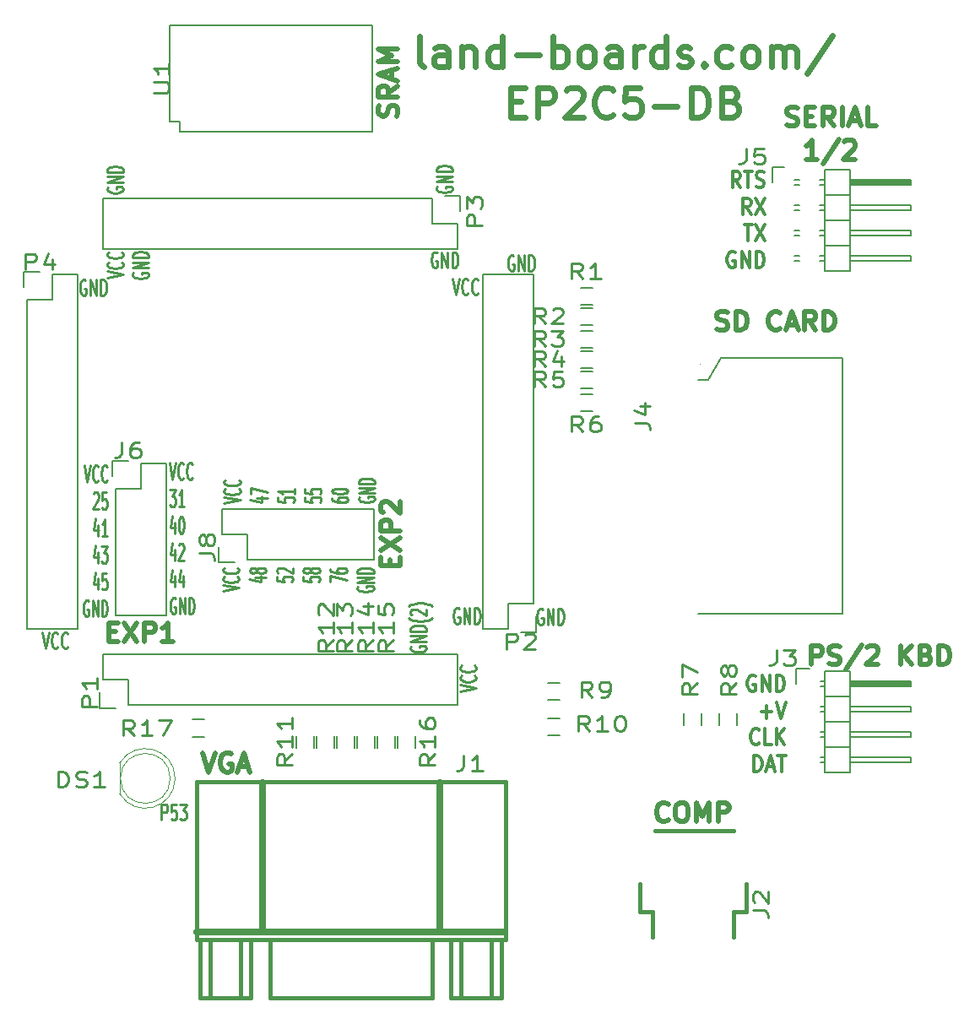
<source format=gbr>
G04 #@! TF.GenerationSoftware,KiCad,Pcbnew,(5.0.2)-1*
G04 #@! TF.CreationDate,2019-04-06T13:19:01-04:00*
G04 #@! TF.ProjectId,EP2C5-DB,45503243-352d-4444-922e-6b696361645f,X2*
G04 #@! TF.SameCoordinates,Original*
G04 #@! TF.FileFunction,Legend,Top*
G04 #@! TF.FilePolarity,Positive*
%FSLAX46Y46*%
G04 Gerber Fmt 4.6, Leading zero omitted, Abs format (unit mm)*
G04 Created by KiCad (PCBNEW (5.0.2)-1) date 4/6/2019 1:19:01 PM*
%MOMM*%
%LPD*%
G01*
G04 APERTURE LIST*
%ADD10C,0.222250*%
%ADD11C,0.250000*%
%ADD12C,0.476250*%
%ADD13C,0.300000*%
%ADD14C,0.600000*%
%ADD15C,0.150000*%
%ADD16C,0.381000*%
%ADD17C,0.650000*%
%ADD18C,0.010000*%
%ADD19C,0.120000*%
G04 APERTURE END LIST*
D10*
X31211005Y-61619870D02*
X32862005Y-61323537D01*
X31211005Y-61027204D01*
X32704767Y-60222870D02*
X32783386Y-60265204D01*
X32862005Y-60392204D01*
X32862005Y-60476870D01*
X32783386Y-60603870D01*
X32626148Y-60688537D01*
X32468910Y-60730870D01*
X32154434Y-60773204D01*
X31918577Y-60773204D01*
X31604101Y-60730870D01*
X31446863Y-60688537D01*
X31289625Y-60603870D01*
X31211005Y-60476870D01*
X31211005Y-60392204D01*
X31289625Y-60265204D01*
X31368244Y-60222870D01*
X32704767Y-59333870D02*
X32783386Y-59376204D01*
X32862005Y-59503204D01*
X32862005Y-59587870D01*
X32783386Y-59714870D01*
X32626148Y-59799537D01*
X32468910Y-59841870D01*
X32154434Y-59884204D01*
X31918577Y-59884204D01*
X31604101Y-59841870D01*
X31446863Y-59799537D01*
X31289625Y-59714870D01*
X31211005Y-59587870D01*
X31211005Y-59503204D01*
X31289625Y-59376204D01*
X31368244Y-59333870D01*
X34460089Y-61111870D02*
X35560755Y-61111870D01*
X33831136Y-61323537D02*
X35010422Y-61535204D01*
X35010422Y-60984870D01*
X33909755Y-60730870D02*
X33909755Y-60138204D01*
X35560755Y-60519204D01*
X36608505Y-61069537D02*
X36608505Y-61492870D01*
X37394696Y-61535204D01*
X37316077Y-61492870D01*
X37237458Y-61408204D01*
X37237458Y-61196537D01*
X37316077Y-61111870D01*
X37394696Y-61069537D01*
X37551934Y-61027204D01*
X37945029Y-61027204D01*
X38102267Y-61069537D01*
X38180886Y-61111870D01*
X38259505Y-61196537D01*
X38259505Y-61408204D01*
X38180886Y-61492870D01*
X38102267Y-61535204D01*
X38259505Y-60180537D02*
X38259505Y-60688537D01*
X38259505Y-60434537D02*
X36608505Y-60434537D01*
X36844363Y-60519204D01*
X37001601Y-60603870D01*
X37080220Y-60688537D01*
X39307255Y-61069537D02*
X39307255Y-61492870D01*
X40093446Y-61535204D01*
X40014827Y-61492870D01*
X39936208Y-61408204D01*
X39936208Y-61196537D01*
X40014827Y-61111870D01*
X40093446Y-61069537D01*
X40250684Y-61027204D01*
X40643779Y-61027204D01*
X40801017Y-61069537D01*
X40879636Y-61111870D01*
X40958255Y-61196537D01*
X40958255Y-61408204D01*
X40879636Y-61492870D01*
X40801017Y-61535204D01*
X39307255Y-60222870D02*
X39307255Y-60646204D01*
X40093446Y-60688537D01*
X40014827Y-60646204D01*
X39936208Y-60561537D01*
X39936208Y-60349870D01*
X40014827Y-60265204D01*
X40093446Y-60222870D01*
X40250684Y-60180537D01*
X40643779Y-60180537D01*
X40801017Y-60222870D01*
X40879636Y-60265204D01*
X40958255Y-60349870D01*
X40958255Y-60561537D01*
X40879636Y-60646204D01*
X40801017Y-60688537D01*
X42006005Y-61111870D02*
X42006005Y-61281204D01*
X42084625Y-61365870D01*
X42163244Y-61408204D01*
X42399101Y-61492870D01*
X42713577Y-61535204D01*
X43342529Y-61535204D01*
X43499767Y-61492870D01*
X43578386Y-61450537D01*
X43657005Y-61365870D01*
X43657005Y-61196537D01*
X43578386Y-61111870D01*
X43499767Y-61069537D01*
X43342529Y-61027204D01*
X42949434Y-61027204D01*
X42792196Y-61069537D01*
X42713577Y-61111870D01*
X42634958Y-61196537D01*
X42634958Y-61365870D01*
X42713577Y-61450537D01*
X42792196Y-61492870D01*
X42949434Y-61535204D01*
X42006005Y-60476870D02*
X42006005Y-60392204D01*
X42084625Y-60307537D01*
X42163244Y-60265204D01*
X42320482Y-60222870D01*
X42634958Y-60180537D01*
X43028053Y-60180537D01*
X43342529Y-60222870D01*
X43499767Y-60265204D01*
X43578386Y-60307537D01*
X43657005Y-60392204D01*
X43657005Y-60476870D01*
X43578386Y-60561537D01*
X43499767Y-60603870D01*
X43342529Y-60646204D01*
X43028053Y-60688537D01*
X42634958Y-60688537D01*
X42320482Y-60646204D01*
X42163244Y-60603870D01*
X42084625Y-60561537D01*
X42006005Y-60476870D01*
X44783375Y-61027204D02*
X44704755Y-61111870D01*
X44704755Y-61238870D01*
X44783375Y-61365870D01*
X44940613Y-61450537D01*
X45097851Y-61492870D01*
X45412327Y-61535204D01*
X45648184Y-61535204D01*
X45962660Y-61492870D01*
X46119898Y-61450537D01*
X46277136Y-61365870D01*
X46355755Y-61238870D01*
X46355755Y-61154204D01*
X46277136Y-61027204D01*
X46198517Y-60984870D01*
X45648184Y-60984870D01*
X45648184Y-61154204D01*
X46355755Y-60603870D02*
X44704755Y-60603870D01*
X46355755Y-60095870D01*
X44704755Y-60095870D01*
X46355755Y-59672537D02*
X44704755Y-59672537D01*
X44704755Y-59460870D01*
X44783375Y-59333870D01*
X44940613Y-59249204D01*
X45097851Y-59206870D01*
X45412327Y-59164537D01*
X45648184Y-59164537D01*
X45962660Y-59206870D01*
X46119898Y-59249204D01*
X46277136Y-59333870D01*
X46355755Y-59460870D01*
X46355755Y-59672537D01*
X31084005Y-70417795D02*
X32735005Y-70121462D01*
X31084005Y-69825129D01*
X32577767Y-69020795D02*
X32656386Y-69063129D01*
X32735005Y-69190129D01*
X32735005Y-69274795D01*
X32656386Y-69401795D01*
X32499148Y-69486462D01*
X32341910Y-69528795D01*
X32027434Y-69571129D01*
X31791577Y-69571129D01*
X31477101Y-69528795D01*
X31319863Y-69486462D01*
X31162625Y-69401795D01*
X31084005Y-69274795D01*
X31084005Y-69190129D01*
X31162625Y-69063129D01*
X31241244Y-69020795D01*
X32577767Y-68131795D02*
X32656386Y-68174129D01*
X32735005Y-68301129D01*
X32735005Y-68385795D01*
X32656386Y-68512795D01*
X32499148Y-68597462D01*
X32341910Y-68639795D01*
X32027434Y-68682129D01*
X31791577Y-68682129D01*
X31477101Y-68639795D01*
X31319863Y-68597462D01*
X31162625Y-68512795D01*
X31084005Y-68385795D01*
X31084005Y-68301129D01*
X31162625Y-68174129D01*
X31241244Y-68131795D01*
X34333089Y-69063129D02*
X35433755Y-69063129D01*
X33704136Y-69274795D02*
X34883422Y-69486462D01*
X34883422Y-68936129D01*
X34490327Y-68470462D02*
X34411708Y-68555129D01*
X34333089Y-68597462D01*
X34175851Y-68639795D01*
X34097232Y-68639795D01*
X33939994Y-68597462D01*
X33861375Y-68555129D01*
X33782755Y-68470462D01*
X33782755Y-68301129D01*
X33861375Y-68216462D01*
X33939994Y-68174129D01*
X34097232Y-68131795D01*
X34175851Y-68131795D01*
X34333089Y-68174129D01*
X34411708Y-68216462D01*
X34490327Y-68301129D01*
X34490327Y-68470462D01*
X34568946Y-68555129D01*
X34647565Y-68597462D01*
X34804803Y-68639795D01*
X35119279Y-68639795D01*
X35276517Y-68597462D01*
X35355136Y-68555129D01*
X35433755Y-68470462D01*
X35433755Y-68301129D01*
X35355136Y-68216462D01*
X35276517Y-68174129D01*
X35119279Y-68131795D01*
X34804803Y-68131795D01*
X34647565Y-68174129D01*
X34568946Y-68216462D01*
X34490327Y-68301129D01*
X36481505Y-69020795D02*
X36481505Y-69444129D01*
X37267696Y-69486462D01*
X37189077Y-69444129D01*
X37110458Y-69359462D01*
X37110458Y-69147795D01*
X37189077Y-69063129D01*
X37267696Y-69020795D01*
X37424934Y-68978462D01*
X37818029Y-68978462D01*
X37975267Y-69020795D01*
X38053886Y-69063129D01*
X38132505Y-69147795D01*
X38132505Y-69359462D01*
X38053886Y-69444129D01*
X37975267Y-69486462D01*
X36638744Y-68639795D02*
X36560125Y-68597462D01*
X36481505Y-68512795D01*
X36481505Y-68301129D01*
X36560125Y-68216462D01*
X36638744Y-68174129D01*
X36795982Y-68131795D01*
X36953220Y-68131795D01*
X37189077Y-68174129D01*
X38132505Y-68682129D01*
X38132505Y-68131795D01*
X39180255Y-69020795D02*
X39180255Y-69444129D01*
X39966446Y-69486462D01*
X39887827Y-69444129D01*
X39809208Y-69359462D01*
X39809208Y-69147795D01*
X39887827Y-69063129D01*
X39966446Y-69020795D01*
X40123684Y-68978462D01*
X40516779Y-68978462D01*
X40674017Y-69020795D01*
X40752636Y-69063129D01*
X40831255Y-69147795D01*
X40831255Y-69359462D01*
X40752636Y-69444129D01*
X40674017Y-69486462D01*
X39887827Y-68470462D02*
X39809208Y-68555129D01*
X39730589Y-68597462D01*
X39573351Y-68639795D01*
X39494732Y-68639795D01*
X39337494Y-68597462D01*
X39258875Y-68555129D01*
X39180255Y-68470462D01*
X39180255Y-68301129D01*
X39258875Y-68216462D01*
X39337494Y-68174129D01*
X39494732Y-68131795D01*
X39573351Y-68131795D01*
X39730589Y-68174129D01*
X39809208Y-68216462D01*
X39887827Y-68301129D01*
X39887827Y-68470462D01*
X39966446Y-68555129D01*
X40045065Y-68597462D01*
X40202303Y-68639795D01*
X40516779Y-68639795D01*
X40674017Y-68597462D01*
X40752636Y-68555129D01*
X40831255Y-68470462D01*
X40831255Y-68301129D01*
X40752636Y-68216462D01*
X40674017Y-68174129D01*
X40516779Y-68131795D01*
X40202303Y-68131795D01*
X40045065Y-68174129D01*
X39966446Y-68216462D01*
X39887827Y-68301129D01*
X41879005Y-69528795D02*
X41879005Y-68936129D01*
X43530005Y-69317129D01*
X41879005Y-68216462D02*
X41879005Y-68385795D01*
X41957625Y-68470462D01*
X42036244Y-68512795D01*
X42272101Y-68597462D01*
X42586577Y-68639795D01*
X43215529Y-68639795D01*
X43372767Y-68597462D01*
X43451386Y-68555129D01*
X43530005Y-68470462D01*
X43530005Y-68301129D01*
X43451386Y-68216462D01*
X43372767Y-68174129D01*
X43215529Y-68131795D01*
X42822434Y-68131795D01*
X42665196Y-68174129D01*
X42586577Y-68216462D01*
X42507958Y-68301129D01*
X42507958Y-68470462D01*
X42586577Y-68555129D01*
X42665196Y-68597462D01*
X42822434Y-68639795D01*
X44656375Y-69994462D02*
X44577755Y-70079129D01*
X44577755Y-70206129D01*
X44656375Y-70333129D01*
X44813613Y-70417795D01*
X44970851Y-70460129D01*
X45285327Y-70502462D01*
X45521184Y-70502462D01*
X45835660Y-70460129D01*
X45992898Y-70417795D01*
X46150136Y-70333129D01*
X46228755Y-70206129D01*
X46228755Y-70121462D01*
X46150136Y-69994462D01*
X46071517Y-69952129D01*
X45521184Y-69952129D01*
X45521184Y-70121462D01*
X46228755Y-69571129D02*
X44577755Y-69571129D01*
X46228755Y-69063129D01*
X44577755Y-69063129D01*
X46228755Y-68639795D02*
X44577755Y-68639795D01*
X44577755Y-68428129D01*
X44656375Y-68301129D01*
X44813613Y-68216462D01*
X44970851Y-68174129D01*
X45285327Y-68131795D01*
X45521184Y-68131795D01*
X45835660Y-68174129D01*
X45992898Y-68216462D01*
X46150136Y-68301129D01*
X46228755Y-68428129D01*
X46228755Y-68639795D01*
X17212204Y-57881005D02*
X17508537Y-59532005D01*
X17804870Y-57881005D01*
X18609204Y-59374767D02*
X18566870Y-59453386D01*
X18439870Y-59532005D01*
X18355204Y-59532005D01*
X18228204Y-59453386D01*
X18143537Y-59296148D01*
X18101204Y-59138910D01*
X18058870Y-58824434D01*
X18058870Y-58588577D01*
X18101204Y-58274101D01*
X18143537Y-58116863D01*
X18228204Y-57959625D01*
X18355204Y-57881005D01*
X18439870Y-57881005D01*
X18566870Y-57959625D01*
X18609204Y-58038244D01*
X19498204Y-59374767D02*
X19455870Y-59453386D01*
X19328870Y-59532005D01*
X19244204Y-59532005D01*
X19117204Y-59453386D01*
X19032537Y-59296148D01*
X18990204Y-59138910D01*
X18947870Y-58824434D01*
X18947870Y-58588577D01*
X18990204Y-58274101D01*
X19032537Y-58116863D01*
X19117204Y-57959625D01*
X19244204Y-57881005D01*
X19328870Y-57881005D01*
X19455870Y-57959625D01*
X19498204Y-58038244D01*
X18143537Y-60736994D02*
X18185870Y-60658375D01*
X18270537Y-60579755D01*
X18482204Y-60579755D01*
X18566870Y-60658375D01*
X18609204Y-60736994D01*
X18651537Y-60894232D01*
X18651537Y-61051470D01*
X18609204Y-61287327D01*
X18101204Y-62230755D01*
X18651537Y-62230755D01*
X19455870Y-60579755D02*
X19032537Y-60579755D01*
X18990204Y-61365946D01*
X19032537Y-61287327D01*
X19117204Y-61208708D01*
X19328870Y-61208708D01*
X19413537Y-61287327D01*
X19455870Y-61365946D01*
X19498204Y-61523184D01*
X19498204Y-61916279D01*
X19455870Y-62073517D01*
X19413537Y-62152136D01*
X19328870Y-62230755D01*
X19117204Y-62230755D01*
X19032537Y-62152136D01*
X18990204Y-62073517D01*
X18566870Y-63828839D02*
X18566870Y-64929505D01*
X18355204Y-63199886D02*
X18143537Y-64379172D01*
X18693870Y-64379172D01*
X19498204Y-64929505D02*
X18990204Y-64929505D01*
X19244204Y-64929505D02*
X19244204Y-63278505D01*
X19159537Y-63514363D01*
X19074870Y-63671601D01*
X18990204Y-63750220D01*
X18566870Y-66527589D02*
X18566870Y-67628255D01*
X18355204Y-65898636D02*
X18143537Y-67077922D01*
X18693870Y-67077922D01*
X18947870Y-65977255D02*
X19498204Y-65977255D01*
X19201870Y-66606208D01*
X19328870Y-66606208D01*
X19413537Y-66684827D01*
X19455870Y-66763446D01*
X19498204Y-66920684D01*
X19498204Y-67313779D01*
X19455870Y-67471017D01*
X19413537Y-67549636D01*
X19328870Y-67628255D01*
X19074870Y-67628255D01*
X18990204Y-67549636D01*
X18947870Y-67471017D01*
X18566870Y-69226339D02*
X18566870Y-70327005D01*
X18355204Y-68597386D02*
X18143537Y-69776672D01*
X18693870Y-69776672D01*
X19455870Y-68676005D02*
X19032537Y-68676005D01*
X18990204Y-69462196D01*
X19032537Y-69383577D01*
X19117204Y-69304958D01*
X19328870Y-69304958D01*
X19413537Y-69383577D01*
X19455870Y-69462196D01*
X19498204Y-69619434D01*
X19498204Y-70012529D01*
X19455870Y-70169767D01*
X19413537Y-70248386D01*
X19328870Y-70327005D01*
X19117204Y-70327005D01*
X19032537Y-70248386D01*
X18990204Y-70169767D01*
X17635537Y-71453375D02*
X17550870Y-71374755D01*
X17423870Y-71374755D01*
X17296870Y-71453375D01*
X17212204Y-71610613D01*
X17169870Y-71767851D01*
X17127537Y-72082327D01*
X17127537Y-72318184D01*
X17169870Y-72632660D01*
X17212204Y-72789898D01*
X17296870Y-72947136D01*
X17423870Y-73025755D01*
X17508537Y-73025755D01*
X17635537Y-72947136D01*
X17677870Y-72868517D01*
X17677870Y-72318184D01*
X17508537Y-72318184D01*
X18058870Y-73025755D02*
X18058870Y-71374755D01*
X18566870Y-73025755D01*
X18566870Y-71374755D01*
X18990204Y-73025755D02*
X18990204Y-71374755D01*
X19201870Y-71374755D01*
X19328870Y-71453375D01*
X19413537Y-71610613D01*
X19455870Y-71767851D01*
X19498204Y-72082327D01*
X19498204Y-72318184D01*
X19455870Y-72632660D01*
X19413537Y-72789898D01*
X19328870Y-72947136D01*
X19201870Y-73025755D01*
X18990204Y-73025755D01*
D11*
X12954166Y-74632154D02*
X13287500Y-76219654D01*
X13620833Y-74632154D01*
X14525595Y-76068464D02*
X14477976Y-76144059D01*
X14335119Y-76219654D01*
X14239880Y-76219654D01*
X14097023Y-76144059D01*
X14001785Y-75992869D01*
X13954166Y-75841678D01*
X13906547Y-75539297D01*
X13906547Y-75312511D01*
X13954166Y-75010130D01*
X14001785Y-74858940D01*
X14097023Y-74707750D01*
X14239880Y-74632154D01*
X14335119Y-74632154D01*
X14477976Y-74707750D01*
X14525595Y-74783345D01*
X15525595Y-76068464D02*
X15477976Y-76144059D01*
X15335119Y-76219654D01*
X15239880Y-76219654D01*
X15097023Y-76144059D01*
X15001785Y-75992869D01*
X14954166Y-75841678D01*
X14906547Y-75539297D01*
X14906547Y-75312511D01*
X14954166Y-75010130D01*
X15001785Y-74858940D01*
X15097023Y-74707750D01*
X15239880Y-74632154D01*
X15335119Y-74632154D01*
X15477976Y-74707750D01*
X15525595Y-74783345D01*
X17335595Y-39274750D02*
X17240357Y-39199154D01*
X17097500Y-39199154D01*
X16954642Y-39274750D01*
X16859404Y-39425940D01*
X16811785Y-39577130D01*
X16764166Y-39879511D01*
X16764166Y-40106297D01*
X16811785Y-40408678D01*
X16859404Y-40559869D01*
X16954642Y-40711059D01*
X17097500Y-40786654D01*
X17192738Y-40786654D01*
X17335595Y-40711059D01*
X17383214Y-40635464D01*
X17383214Y-40106297D01*
X17192738Y-40106297D01*
X17811785Y-40786654D02*
X17811785Y-39199154D01*
X18383214Y-40786654D01*
X18383214Y-39199154D01*
X18859404Y-40786654D02*
X18859404Y-39199154D01*
X19097500Y-39199154D01*
X19240357Y-39274750D01*
X19335595Y-39425940D01*
X19383214Y-39577130D01*
X19430833Y-39879511D01*
X19430833Y-40106297D01*
X19383214Y-40408678D01*
X19335595Y-40559869D01*
X19240357Y-40711059D01*
X19097500Y-40786654D01*
X18859404Y-40786654D01*
X19514154Y-39052333D02*
X21101654Y-38719000D01*
X19514154Y-38385666D01*
X20950464Y-37480904D02*
X21026059Y-37528523D01*
X21101654Y-37671380D01*
X21101654Y-37766619D01*
X21026059Y-37909476D01*
X20874869Y-38004714D01*
X20723678Y-38052333D01*
X20421297Y-38099952D01*
X20194511Y-38099952D01*
X19892130Y-38052333D01*
X19740940Y-38004714D01*
X19589750Y-37909476D01*
X19514154Y-37766619D01*
X19514154Y-37671380D01*
X19589750Y-37528523D01*
X19665345Y-37480904D01*
X20950464Y-36480904D02*
X21026059Y-36528523D01*
X21101654Y-36671380D01*
X21101654Y-36766619D01*
X21026059Y-36909476D01*
X20874869Y-37004714D01*
X20723678Y-37052333D01*
X20421297Y-37099952D01*
X20194511Y-37099952D01*
X19892130Y-37052333D01*
X19740940Y-37004714D01*
X19589750Y-36909476D01*
X19514154Y-36766619D01*
X19514154Y-36671380D01*
X19589750Y-36528523D01*
X19665345Y-36480904D01*
X19589750Y-29971904D02*
X19514154Y-30067142D01*
X19514154Y-30210000D01*
X19589750Y-30352857D01*
X19740940Y-30448095D01*
X19892130Y-30495714D01*
X20194511Y-30543333D01*
X20421297Y-30543333D01*
X20723678Y-30495714D01*
X20874869Y-30448095D01*
X21026059Y-30352857D01*
X21101654Y-30210000D01*
X21101654Y-30114761D01*
X21026059Y-29971904D01*
X20950464Y-29924285D01*
X20421297Y-29924285D01*
X20421297Y-30114761D01*
X21101654Y-29495714D02*
X19514154Y-29495714D01*
X21101654Y-28924285D01*
X19514154Y-28924285D01*
X21101654Y-28448095D02*
X19514154Y-28448095D01*
X19514154Y-28210000D01*
X19589750Y-28067142D01*
X19740940Y-27971904D01*
X19892130Y-27924285D01*
X20194511Y-27876666D01*
X20421297Y-27876666D01*
X20723678Y-27924285D01*
X20874869Y-27971904D01*
X21026059Y-28067142D01*
X21101654Y-28210000D01*
X21101654Y-28448095D01*
X22129750Y-38544404D02*
X22054154Y-38639642D01*
X22054154Y-38782500D01*
X22129750Y-38925357D01*
X22280940Y-39020595D01*
X22432130Y-39068214D01*
X22734511Y-39115833D01*
X22961297Y-39115833D01*
X23263678Y-39068214D01*
X23414869Y-39020595D01*
X23566059Y-38925357D01*
X23641654Y-38782500D01*
X23641654Y-38687261D01*
X23566059Y-38544404D01*
X23490464Y-38496785D01*
X22961297Y-38496785D01*
X22961297Y-38687261D01*
X23641654Y-38068214D02*
X22054154Y-38068214D01*
X23641654Y-37496785D01*
X22054154Y-37496785D01*
X23641654Y-37020595D02*
X22054154Y-37020595D01*
X22054154Y-36782500D01*
X22129750Y-36639642D01*
X22280940Y-36544404D01*
X22432130Y-36496785D01*
X22734511Y-36449166D01*
X22961297Y-36449166D01*
X23263678Y-36496785D01*
X23414869Y-36544404D01*
X23566059Y-36639642D01*
X23641654Y-36782500D01*
X23641654Y-37020595D01*
X52578095Y-36544250D02*
X52482857Y-36468654D01*
X52340000Y-36468654D01*
X52197142Y-36544250D01*
X52101904Y-36695440D01*
X52054285Y-36846630D01*
X52006666Y-37149011D01*
X52006666Y-37375797D01*
X52054285Y-37678178D01*
X52101904Y-37829369D01*
X52197142Y-37980559D01*
X52340000Y-38056154D01*
X52435238Y-38056154D01*
X52578095Y-37980559D01*
X52625714Y-37904964D01*
X52625714Y-37375797D01*
X52435238Y-37375797D01*
X53054285Y-38056154D02*
X53054285Y-36468654D01*
X53625714Y-38056154D01*
X53625714Y-36468654D01*
X54101904Y-38056154D02*
X54101904Y-36468654D01*
X54340000Y-36468654D01*
X54482857Y-36544250D01*
X54578095Y-36695440D01*
X54625714Y-36846630D01*
X54673333Y-37149011D01*
X54673333Y-37375797D01*
X54625714Y-37678178D01*
X54578095Y-37829369D01*
X54482857Y-37980559D01*
X54340000Y-38056154D01*
X54101904Y-38056154D01*
X52609750Y-29908404D02*
X52534154Y-30003642D01*
X52534154Y-30146500D01*
X52609750Y-30289357D01*
X52760940Y-30384595D01*
X52912130Y-30432214D01*
X53214511Y-30479833D01*
X53441297Y-30479833D01*
X53743678Y-30432214D01*
X53894869Y-30384595D01*
X54046059Y-30289357D01*
X54121654Y-30146500D01*
X54121654Y-30051261D01*
X54046059Y-29908404D01*
X53970464Y-29860785D01*
X53441297Y-29860785D01*
X53441297Y-30051261D01*
X54121654Y-29432214D02*
X52534154Y-29432214D01*
X54121654Y-28860785D01*
X52534154Y-28860785D01*
X54121654Y-28384595D02*
X52534154Y-28384595D01*
X52534154Y-28146500D01*
X52609750Y-28003642D01*
X52760940Y-27908404D01*
X52912130Y-27860785D01*
X53214511Y-27813166D01*
X53441297Y-27813166D01*
X53743678Y-27860785D01*
X53894869Y-27908404D01*
X54046059Y-28003642D01*
X54121654Y-28146500D01*
X54121654Y-28384595D01*
X60261595Y-36861750D02*
X60166357Y-36786154D01*
X60023500Y-36786154D01*
X59880642Y-36861750D01*
X59785404Y-37012940D01*
X59737785Y-37164130D01*
X59690166Y-37466511D01*
X59690166Y-37693297D01*
X59737785Y-37995678D01*
X59785404Y-38146869D01*
X59880642Y-38298059D01*
X60023500Y-38373654D01*
X60118738Y-38373654D01*
X60261595Y-38298059D01*
X60309214Y-38222464D01*
X60309214Y-37693297D01*
X60118738Y-37693297D01*
X60737785Y-38373654D02*
X60737785Y-36786154D01*
X61309214Y-38373654D01*
X61309214Y-36786154D01*
X61785404Y-38373654D02*
X61785404Y-36786154D01*
X62023500Y-36786154D01*
X62166357Y-36861750D01*
X62261595Y-37012940D01*
X62309214Y-37164130D01*
X62356833Y-37466511D01*
X62356833Y-37693297D01*
X62309214Y-37995678D01*
X62261595Y-38146869D01*
X62166357Y-38298059D01*
X62023500Y-38373654D01*
X61785404Y-38373654D01*
X54102166Y-39135654D02*
X54435500Y-40723154D01*
X54768833Y-39135654D01*
X55673595Y-40571964D02*
X55625976Y-40647559D01*
X55483119Y-40723154D01*
X55387880Y-40723154D01*
X55245023Y-40647559D01*
X55149785Y-40496369D01*
X55102166Y-40345178D01*
X55054547Y-40042797D01*
X55054547Y-39816011D01*
X55102166Y-39513630D01*
X55149785Y-39362440D01*
X55245023Y-39211250D01*
X55387880Y-39135654D01*
X55483119Y-39135654D01*
X55625976Y-39211250D01*
X55673595Y-39286845D01*
X56673595Y-40571964D02*
X56625976Y-40647559D01*
X56483119Y-40723154D01*
X56387880Y-40723154D01*
X56245023Y-40647559D01*
X56149785Y-40496369D01*
X56102166Y-40345178D01*
X56054547Y-40042797D01*
X56054547Y-39816011D01*
X56102166Y-39513630D01*
X56149785Y-39362440D01*
X56245023Y-39211250D01*
X56387880Y-39135654D01*
X56483119Y-39135654D01*
X56625976Y-39211250D01*
X56673595Y-39286845D01*
X63182595Y-72294750D02*
X63087357Y-72219154D01*
X62944500Y-72219154D01*
X62801642Y-72294750D01*
X62706404Y-72445940D01*
X62658785Y-72597130D01*
X62611166Y-72899511D01*
X62611166Y-73126297D01*
X62658785Y-73428678D01*
X62706404Y-73579869D01*
X62801642Y-73731059D01*
X62944500Y-73806654D01*
X63039738Y-73806654D01*
X63182595Y-73731059D01*
X63230214Y-73655464D01*
X63230214Y-73126297D01*
X63039738Y-73126297D01*
X63658785Y-73806654D02*
X63658785Y-72219154D01*
X64230214Y-73806654D01*
X64230214Y-72219154D01*
X64706404Y-73806654D02*
X64706404Y-72219154D01*
X64944500Y-72219154D01*
X65087357Y-72294750D01*
X65182595Y-72445940D01*
X65230214Y-72597130D01*
X65277833Y-72899511D01*
X65277833Y-73126297D01*
X65230214Y-73428678D01*
X65182595Y-73579869D01*
X65087357Y-73731059D01*
X64944500Y-73806654D01*
X64706404Y-73806654D01*
X54800595Y-72231250D02*
X54705357Y-72155654D01*
X54562500Y-72155654D01*
X54419642Y-72231250D01*
X54324404Y-72382440D01*
X54276785Y-72533630D01*
X54229166Y-72836011D01*
X54229166Y-73062797D01*
X54276785Y-73365178D01*
X54324404Y-73516369D01*
X54419642Y-73667559D01*
X54562500Y-73743154D01*
X54657738Y-73743154D01*
X54800595Y-73667559D01*
X54848214Y-73591964D01*
X54848214Y-73062797D01*
X54657738Y-73062797D01*
X55276785Y-73743154D02*
X55276785Y-72155654D01*
X55848214Y-73743154D01*
X55848214Y-72155654D01*
X56324404Y-73743154D02*
X56324404Y-72155654D01*
X56562500Y-72155654D01*
X56705357Y-72231250D01*
X56800595Y-72382440D01*
X56848214Y-72533630D01*
X56895833Y-72836011D01*
X56895833Y-73062797D01*
X56848214Y-73365178D01*
X56800595Y-73516369D01*
X56705357Y-73667559D01*
X56562500Y-73743154D01*
X56324404Y-73743154D01*
X54883654Y-80517833D02*
X56471154Y-80184500D01*
X54883654Y-79851166D01*
X56319964Y-78946404D02*
X56395559Y-78994023D01*
X56471154Y-79136880D01*
X56471154Y-79232119D01*
X56395559Y-79374976D01*
X56244369Y-79470214D01*
X56093178Y-79517833D01*
X55790797Y-79565452D01*
X55564011Y-79565452D01*
X55261630Y-79517833D01*
X55110440Y-79470214D01*
X54959250Y-79374976D01*
X54883654Y-79232119D01*
X54883654Y-79136880D01*
X54959250Y-78994023D01*
X55034845Y-78946404D01*
X56319964Y-77946404D02*
X56395559Y-77994023D01*
X56471154Y-78136880D01*
X56471154Y-78232119D01*
X56395559Y-78374976D01*
X56244369Y-78470214D01*
X56093178Y-78517833D01*
X55790797Y-78565452D01*
X55564011Y-78565452D01*
X55261630Y-78517833D01*
X55110440Y-78470214D01*
X54959250Y-78374976D01*
X54883654Y-78232119D01*
X54883654Y-78136880D01*
X54959250Y-77994023D01*
X55034845Y-77946404D01*
X50006250Y-76009261D02*
X49930654Y-76104500D01*
X49930654Y-76247357D01*
X50006250Y-76390214D01*
X50157440Y-76485452D01*
X50308630Y-76533071D01*
X50611011Y-76580690D01*
X50837797Y-76580690D01*
X51140178Y-76533071D01*
X51291369Y-76485452D01*
X51442559Y-76390214D01*
X51518154Y-76247357D01*
X51518154Y-76152119D01*
X51442559Y-76009261D01*
X51366964Y-75961642D01*
X50837797Y-75961642D01*
X50837797Y-76152119D01*
X51518154Y-75533071D02*
X49930654Y-75533071D01*
X51518154Y-74961642D01*
X49930654Y-74961642D01*
X51518154Y-74485452D02*
X49930654Y-74485452D01*
X49930654Y-74247357D01*
X50006250Y-74104500D01*
X50157440Y-74009261D01*
X50308630Y-73961642D01*
X50611011Y-73914023D01*
X50837797Y-73914023D01*
X51140178Y-73961642D01*
X51291369Y-74009261D01*
X51442559Y-74104500D01*
X51518154Y-74247357D01*
X51518154Y-74485452D01*
X52122916Y-73199738D02*
X52047321Y-73247357D01*
X51820535Y-73342595D01*
X51669345Y-73390214D01*
X51442559Y-73437833D01*
X51064583Y-73485452D01*
X50762202Y-73485452D01*
X50384226Y-73437833D01*
X50157440Y-73390214D01*
X50006250Y-73342595D01*
X49779464Y-73247357D01*
X49703869Y-73199738D01*
X50081845Y-72866404D02*
X50006250Y-72818785D01*
X49930654Y-72723547D01*
X49930654Y-72485452D01*
X50006250Y-72390214D01*
X50081845Y-72342595D01*
X50233035Y-72294976D01*
X50384226Y-72294976D01*
X50611011Y-72342595D01*
X51518154Y-72914023D01*
X51518154Y-72294976D01*
X52122916Y-71961642D02*
X52047321Y-71914023D01*
X51820535Y-71818785D01*
X51669345Y-71771166D01*
X51442559Y-71723547D01*
X51064583Y-71675928D01*
X50762202Y-71675928D01*
X50384226Y-71723547D01*
X50157440Y-71771166D01*
X50006250Y-71818785D01*
X49779464Y-71914023D01*
X49703869Y-71961642D01*
X24947714Y-93428154D02*
X24947714Y-91840654D01*
X25328666Y-91840654D01*
X25423904Y-91916250D01*
X25471523Y-91991845D01*
X25519142Y-92143035D01*
X25519142Y-92369821D01*
X25471523Y-92521011D01*
X25423904Y-92596607D01*
X25328666Y-92672202D01*
X24947714Y-92672202D01*
X26423904Y-91840654D02*
X25947714Y-91840654D01*
X25900095Y-92596607D01*
X25947714Y-92521011D01*
X26042952Y-92445416D01*
X26281047Y-92445416D01*
X26376285Y-92521011D01*
X26423904Y-92596607D01*
X26471523Y-92747797D01*
X26471523Y-93125773D01*
X26423904Y-93276964D01*
X26376285Y-93352559D01*
X26281047Y-93428154D01*
X26042952Y-93428154D01*
X25947714Y-93352559D01*
X25900095Y-93276964D01*
X26804857Y-91840654D02*
X27423904Y-91840654D01*
X27090571Y-92445416D01*
X27233428Y-92445416D01*
X27328666Y-92521011D01*
X27376285Y-92596607D01*
X27423904Y-92747797D01*
X27423904Y-93125773D01*
X27376285Y-93276964D01*
X27328666Y-93352559D01*
X27233428Y-93428154D01*
X26947714Y-93428154D01*
X26852476Y-93352559D01*
X26804857Y-93276964D01*
D12*
X19685000Y-74539928D02*
X20320000Y-74539928D01*
X20592142Y-75537785D02*
X19685000Y-75537785D01*
X19685000Y-73632785D01*
X20592142Y-73632785D01*
X21227142Y-73632785D02*
X22497142Y-75537785D01*
X22497142Y-73632785D02*
X21227142Y-75537785D01*
X23222857Y-75537785D02*
X23222857Y-73632785D01*
X23948571Y-73632785D01*
X24130000Y-73723500D01*
X24220714Y-73814214D01*
X24311428Y-73995642D01*
X24311428Y-74267785D01*
X24220714Y-74449214D01*
X24130000Y-74539928D01*
X23948571Y-74630642D01*
X23222857Y-74630642D01*
X26125714Y-75537785D02*
X25037142Y-75537785D01*
X25581428Y-75537785D02*
X25581428Y-73632785D01*
X25400000Y-73904928D01*
X25218571Y-74086357D01*
X25037142Y-74177071D01*
D10*
X25756129Y-57627005D02*
X26052462Y-59278005D01*
X26348795Y-57627005D01*
X27153129Y-59120767D02*
X27110795Y-59199386D01*
X26983795Y-59278005D01*
X26899129Y-59278005D01*
X26772129Y-59199386D01*
X26687462Y-59042148D01*
X26645129Y-58884910D01*
X26602795Y-58570434D01*
X26602795Y-58334577D01*
X26645129Y-58020101D01*
X26687462Y-57862863D01*
X26772129Y-57705625D01*
X26899129Y-57627005D01*
X26983795Y-57627005D01*
X27110795Y-57705625D01*
X27153129Y-57784244D01*
X28042129Y-59120767D02*
X27999795Y-59199386D01*
X27872795Y-59278005D01*
X27788129Y-59278005D01*
X27661129Y-59199386D01*
X27576462Y-59042148D01*
X27534129Y-58884910D01*
X27491795Y-58570434D01*
X27491795Y-58334577D01*
X27534129Y-58020101D01*
X27576462Y-57862863D01*
X27661129Y-57705625D01*
X27788129Y-57627005D01*
X27872795Y-57627005D01*
X27999795Y-57705625D01*
X28042129Y-57784244D01*
X25798462Y-60325755D02*
X26348795Y-60325755D01*
X26052462Y-60954708D01*
X26179462Y-60954708D01*
X26264129Y-61033327D01*
X26306462Y-61111946D01*
X26348795Y-61269184D01*
X26348795Y-61662279D01*
X26306462Y-61819517D01*
X26264129Y-61898136D01*
X26179462Y-61976755D01*
X25925462Y-61976755D01*
X25840795Y-61898136D01*
X25798462Y-61819517D01*
X27195462Y-61976755D02*
X26687462Y-61976755D01*
X26941462Y-61976755D02*
X26941462Y-60325755D01*
X26856795Y-60561613D01*
X26772129Y-60718851D01*
X26687462Y-60797470D01*
X26264129Y-63574839D02*
X26264129Y-64675505D01*
X26052462Y-62945886D02*
X25840795Y-64125172D01*
X26391129Y-64125172D01*
X26899129Y-63024505D02*
X26983795Y-63024505D01*
X27068462Y-63103125D01*
X27110795Y-63181744D01*
X27153129Y-63338982D01*
X27195462Y-63653458D01*
X27195462Y-64046553D01*
X27153129Y-64361029D01*
X27110795Y-64518267D01*
X27068462Y-64596886D01*
X26983795Y-64675505D01*
X26899129Y-64675505D01*
X26814462Y-64596886D01*
X26772129Y-64518267D01*
X26729795Y-64361029D01*
X26687462Y-64046553D01*
X26687462Y-63653458D01*
X26729795Y-63338982D01*
X26772129Y-63181744D01*
X26814462Y-63103125D01*
X26899129Y-63024505D01*
X26264129Y-66273589D02*
X26264129Y-67374255D01*
X26052462Y-65644636D02*
X25840795Y-66823922D01*
X26391129Y-66823922D01*
X26687462Y-65880494D02*
X26729795Y-65801875D01*
X26814462Y-65723255D01*
X27026129Y-65723255D01*
X27110795Y-65801875D01*
X27153129Y-65880494D01*
X27195462Y-66037732D01*
X27195462Y-66194970D01*
X27153129Y-66430827D01*
X26645129Y-67374255D01*
X27195462Y-67374255D01*
X26264129Y-68972339D02*
X26264129Y-70073005D01*
X26052462Y-68343386D02*
X25840795Y-69522672D01*
X26391129Y-69522672D01*
X27110795Y-68972339D02*
X27110795Y-70073005D01*
X26899129Y-68343386D02*
X26687462Y-69522672D01*
X27237795Y-69522672D01*
X26348795Y-71199375D02*
X26264129Y-71120755D01*
X26137129Y-71120755D01*
X26010129Y-71199375D01*
X25925462Y-71356613D01*
X25883129Y-71513851D01*
X25840795Y-71828327D01*
X25840795Y-72064184D01*
X25883129Y-72378660D01*
X25925462Y-72535898D01*
X26010129Y-72693136D01*
X26137129Y-72771755D01*
X26221795Y-72771755D01*
X26348795Y-72693136D01*
X26391129Y-72614517D01*
X26391129Y-72064184D01*
X26221795Y-72064184D01*
X26772129Y-72771755D02*
X26772129Y-71120755D01*
X27280129Y-72771755D01*
X27280129Y-71120755D01*
X27703462Y-72771755D02*
X27703462Y-71120755D01*
X27915129Y-71120755D01*
X28042129Y-71199375D01*
X28126795Y-71356613D01*
X28169129Y-71513851D01*
X28211462Y-71828327D01*
X28211462Y-72064184D01*
X28169129Y-72378660D01*
X28126795Y-72535898D01*
X28042129Y-72693136D01*
X27915129Y-72771755D01*
X27703462Y-72771755D01*
D12*
X80654071Y-44205071D02*
X80926214Y-44295785D01*
X81379785Y-44295785D01*
X81561214Y-44205071D01*
X81651928Y-44114357D01*
X81742642Y-43932928D01*
X81742642Y-43751500D01*
X81651928Y-43570071D01*
X81561214Y-43479357D01*
X81379785Y-43388642D01*
X81016928Y-43297928D01*
X80835500Y-43207214D01*
X80744785Y-43116500D01*
X80654071Y-42935071D01*
X80654071Y-42753642D01*
X80744785Y-42572214D01*
X80835500Y-42481500D01*
X81016928Y-42390785D01*
X81470500Y-42390785D01*
X81742642Y-42481500D01*
X82559071Y-44295785D02*
X82559071Y-42390785D01*
X83012642Y-42390785D01*
X83284785Y-42481500D01*
X83466214Y-42662928D01*
X83556928Y-42844357D01*
X83647642Y-43207214D01*
X83647642Y-43479357D01*
X83556928Y-43842214D01*
X83466214Y-44023642D01*
X83284785Y-44205071D01*
X83012642Y-44295785D01*
X82559071Y-44295785D01*
X87004071Y-44114357D02*
X86913357Y-44205071D01*
X86641214Y-44295785D01*
X86459785Y-44295785D01*
X86187642Y-44205071D01*
X86006214Y-44023642D01*
X85915500Y-43842214D01*
X85824785Y-43479357D01*
X85824785Y-43207214D01*
X85915500Y-42844357D01*
X86006214Y-42662928D01*
X86187642Y-42481500D01*
X86459785Y-42390785D01*
X86641214Y-42390785D01*
X86913357Y-42481500D01*
X87004071Y-42572214D01*
X87729785Y-43751500D02*
X88636928Y-43751500D01*
X87548357Y-44295785D02*
X88183357Y-42390785D01*
X88818357Y-44295785D01*
X90541928Y-44295785D02*
X89906928Y-43388642D01*
X89453357Y-44295785D02*
X89453357Y-42390785D01*
X90179071Y-42390785D01*
X90360500Y-42481500D01*
X90451214Y-42572214D01*
X90541928Y-42753642D01*
X90541928Y-43025785D01*
X90451214Y-43207214D01*
X90360500Y-43297928D01*
X90179071Y-43388642D01*
X89453357Y-43388642D01*
X91358357Y-44295785D02*
X91358357Y-42390785D01*
X91811928Y-42390785D01*
X92084071Y-42481500D01*
X92265500Y-42662928D01*
X92356214Y-42844357D01*
X92446928Y-43207214D01*
X92446928Y-43479357D01*
X92356214Y-43842214D01*
X92265500Y-44023642D01*
X92084071Y-44205071D01*
X91811928Y-44295785D01*
X91358357Y-44295785D01*
D13*
X82996047Y-29970279D02*
X82530380Y-29214327D01*
X82197761Y-29970279D02*
X82197761Y-28382779D01*
X82729952Y-28382779D01*
X82863000Y-28458375D01*
X82929523Y-28533970D01*
X82996047Y-28685160D01*
X82996047Y-28911946D01*
X82929523Y-29063136D01*
X82863000Y-29138732D01*
X82729952Y-29214327D01*
X82197761Y-29214327D01*
X83395190Y-28382779D02*
X84193476Y-28382779D01*
X83794333Y-29970279D02*
X83794333Y-28382779D01*
X84592619Y-29894684D02*
X84792190Y-29970279D01*
X85124809Y-29970279D01*
X85257857Y-29894684D01*
X85324380Y-29819089D01*
X85390904Y-29667898D01*
X85390904Y-29516708D01*
X85324380Y-29365517D01*
X85257857Y-29289922D01*
X85124809Y-29214327D01*
X84858714Y-29138732D01*
X84725666Y-29063136D01*
X84659142Y-28987541D01*
X84592619Y-28836351D01*
X84592619Y-28685160D01*
X84659142Y-28533970D01*
X84725666Y-28458375D01*
X84858714Y-28382779D01*
X85191333Y-28382779D01*
X85390904Y-28458375D01*
X84060428Y-32651529D02*
X83594761Y-31895577D01*
X83262142Y-32651529D02*
X83262142Y-31064029D01*
X83794333Y-31064029D01*
X83927380Y-31139625D01*
X83993904Y-31215220D01*
X84060428Y-31366410D01*
X84060428Y-31593196D01*
X83993904Y-31744386D01*
X83927380Y-31819982D01*
X83794333Y-31895577D01*
X83262142Y-31895577D01*
X84526095Y-31064029D02*
X85457428Y-32651529D01*
X85457428Y-31064029D02*
X84526095Y-32651529D01*
X83395190Y-33745279D02*
X84193476Y-33745279D01*
X83794333Y-35332779D02*
X83794333Y-33745279D01*
X84526095Y-33745279D02*
X85457428Y-35332779D01*
X85457428Y-33745279D02*
X84526095Y-35332779D01*
X82463857Y-36502125D02*
X82330809Y-36426529D01*
X82131238Y-36426529D01*
X81931666Y-36502125D01*
X81798619Y-36653315D01*
X81732095Y-36804505D01*
X81665571Y-37106886D01*
X81665571Y-37333672D01*
X81732095Y-37636053D01*
X81798619Y-37787244D01*
X81931666Y-37938434D01*
X82131238Y-38014029D01*
X82264285Y-38014029D01*
X82463857Y-37938434D01*
X82530380Y-37862839D01*
X82530380Y-37333672D01*
X82264285Y-37333672D01*
X83129095Y-38014029D02*
X83129095Y-36426529D01*
X83927380Y-38014029D01*
X83927380Y-36426529D01*
X84592619Y-38014029D02*
X84592619Y-36426529D01*
X84925238Y-36426529D01*
X85124809Y-36502125D01*
X85257857Y-36653315D01*
X85324380Y-36804505D01*
X85390904Y-37106886D01*
X85390904Y-37333672D01*
X85324380Y-37636053D01*
X85257857Y-37787244D01*
X85124809Y-37938434D01*
X84925238Y-38014029D01*
X84592619Y-38014029D01*
D12*
X47869928Y-67945000D02*
X47869928Y-67310000D01*
X48867785Y-67037857D02*
X48867785Y-67945000D01*
X46962785Y-67945000D01*
X46962785Y-67037857D01*
X46962785Y-66402857D02*
X48867785Y-65132857D01*
X46962785Y-65132857D02*
X48867785Y-66402857D01*
X48867785Y-64407142D02*
X46962785Y-64407142D01*
X46962785Y-63681428D01*
X47053500Y-63500000D01*
X47144214Y-63409285D01*
X47325642Y-63318571D01*
X47597785Y-63318571D01*
X47779214Y-63409285D01*
X47869928Y-63500000D01*
X47960642Y-63681428D01*
X47960642Y-64407142D01*
X47144214Y-62592857D02*
X47053500Y-62502142D01*
X46962785Y-62320714D01*
X46962785Y-61867142D01*
X47053500Y-61685714D01*
X47144214Y-61595000D01*
X47325642Y-61504285D01*
X47507071Y-61504285D01*
X47779214Y-61595000D01*
X48867785Y-62683571D01*
X48867785Y-61504285D01*
D13*
X84495857Y-79004375D02*
X84362809Y-78928779D01*
X84163238Y-78928779D01*
X83963666Y-79004375D01*
X83830619Y-79155565D01*
X83764095Y-79306755D01*
X83697571Y-79609136D01*
X83697571Y-79835922D01*
X83764095Y-80138303D01*
X83830619Y-80289494D01*
X83963666Y-80440684D01*
X84163238Y-80516279D01*
X84296285Y-80516279D01*
X84495857Y-80440684D01*
X84562380Y-80365089D01*
X84562380Y-79835922D01*
X84296285Y-79835922D01*
X85161095Y-80516279D02*
X85161095Y-78928779D01*
X85959380Y-80516279D01*
X85959380Y-78928779D01*
X86624619Y-80516279D02*
X86624619Y-78928779D01*
X86957238Y-78928779D01*
X87156809Y-79004375D01*
X87289857Y-79155565D01*
X87356380Y-79306755D01*
X87422904Y-79609136D01*
X87422904Y-79835922D01*
X87356380Y-80138303D01*
X87289857Y-80289494D01*
X87156809Y-80440684D01*
X86957238Y-80516279D01*
X86624619Y-80516279D01*
X85094571Y-82592767D02*
X86158952Y-82592767D01*
X85626761Y-83197529D02*
X85626761Y-81988005D01*
X86624619Y-81610029D02*
X87090285Y-83197529D01*
X87555952Y-81610029D01*
X84895000Y-85727589D02*
X84828476Y-85803184D01*
X84628904Y-85878779D01*
X84495857Y-85878779D01*
X84296285Y-85803184D01*
X84163238Y-85651994D01*
X84096714Y-85500803D01*
X84030190Y-85198422D01*
X84030190Y-84971636D01*
X84096714Y-84669255D01*
X84163238Y-84518065D01*
X84296285Y-84366875D01*
X84495857Y-84291279D01*
X84628904Y-84291279D01*
X84828476Y-84366875D01*
X84895000Y-84442470D01*
X86158952Y-85878779D02*
X85493714Y-85878779D01*
X85493714Y-84291279D01*
X86624619Y-85878779D02*
X86624619Y-84291279D01*
X87422904Y-85878779D02*
X86824190Y-84971636D01*
X87422904Y-84291279D02*
X86624619Y-85198422D01*
X84362809Y-88560029D02*
X84362809Y-86972529D01*
X84695428Y-86972529D01*
X84895000Y-87048125D01*
X85028047Y-87199315D01*
X85094571Y-87350505D01*
X85161095Y-87652886D01*
X85161095Y-87879672D01*
X85094571Y-88182053D01*
X85028047Y-88333244D01*
X84895000Y-88484434D01*
X84695428Y-88560029D01*
X84362809Y-88560029D01*
X85693285Y-88106458D02*
X86358523Y-88106458D01*
X85560238Y-88560029D02*
X86025904Y-86972529D01*
X86491571Y-88560029D01*
X86757666Y-86972529D02*
X87555952Y-86972529D01*
X87156809Y-88560029D02*
X87156809Y-86972529D01*
D12*
X75782714Y-93390357D02*
X75692000Y-93481071D01*
X75419857Y-93571785D01*
X75238428Y-93571785D01*
X74966285Y-93481071D01*
X74784857Y-93299642D01*
X74694142Y-93118214D01*
X74603428Y-92755357D01*
X74603428Y-92483214D01*
X74694142Y-92120357D01*
X74784857Y-91938928D01*
X74966285Y-91757500D01*
X75238428Y-91666785D01*
X75419857Y-91666785D01*
X75692000Y-91757500D01*
X75782714Y-91848214D01*
X76962000Y-91666785D02*
X77324857Y-91666785D01*
X77506285Y-91757500D01*
X77687714Y-91938928D01*
X77778428Y-92301785D01*
X77778428Y-92936785D01*
X77687714Y-93299642D01*
X77506285Y-93481071D01*
X77324857Y-93571785D01*
X76962000Y-93571785D01*
X76780571Y-93481071D01*
X76599142Y-93299642D01*
X76508428Y-92936785D01*
X76508428Y-92301785D01*
X76599142Y-91938928D01*
X76780571Y-91757500D01*
X76962000Y-91666785D01*
X78594857Y-93571785D02*
X78594857Y-91666785D01*
X79229857Y-93027500D01*
X79864857Y-91666785D01*
X79864857Y-93571785D01*
X80772000Y-93571785D02*
X80772000Y-91666785D01*
X81497714Y-91666785D01*
X81679142Y-91757500D01*
X81769857Y-91848214D01*
X81860571Y-92029642D01*
X81860571Y-92301785D01*
X81769857Y-92483214D01*
X81679142Y-92573928D01*
X81497714Y-92664642D01*
X80772000Y-92664642D01*
X48523071Y-22832785D02*
X48613785Y-22560642D01*
X48613785Y-22107071D01*
X48523071Y-21925642D01*
X48432357Y-21834928D01*
X48250928Y-21744214D01*
X48069500Y-21744214D01*
X47888071Y-21834928D01*
X47797357Y-21925642D01*
X47706642Y-22107071D01*
X47615928Y-22469928D01*
X47525214Y-22651357D01*
X47434500Y-22742071D01*
X47253071Y-22832785D01*
X47071642Y-22832785D01*
X46890214Y-22742071D01*
X46799500Y-22651357D01*
X46708785Y-22469928D01*
X46708785Y-22016357D01*
X46799500Y-21744214D01*
X48613785Y-19839214D02*
X47706642Y-20474214D01*
X48613785Y-20927785D02*
X46708785Y-20927785D01*
X46708785Y-20202071D01*
X46799500Y-20020642D01*
X46890214Y-19929928D01*
X47071642Y-19839214D01*
X47343785Y-19839214D01*
X47525214Y-19929928D01*
X47615928Y-20020642D01*
X47706642Y-20202071D01*
X47706642Y-20927785D01*
X48069500Y-19113500D02*
X48069500Y-18206357D01*
X48613785Y-19294928D02*
X46708785Y-18659928D01*
X48613785Y-18024928D01*
X48613785Y-17389928D02*
X46708785Y-17389928D01*
X48069500Y-16754928D01*
X46708785Y-16119928D01*
X48613785Y-16119928D01*
X90105714Y-77861785D02*
X90105714Y-75956785D01*
X90831428Y-75956785D01*
X91012857Y-76047500D01*
X91103571Y-76138214D01*
X91194285Y-76319642D01*
X91194285Y-76591785D01*
X91103571Y-76773214D01*
X91012857Y-76863928D01*
X90831428Y-76954642D01*
X90105714Y-76954642D01*
X91920000Y-77771071D02*
X92192142Y-77861785D01*
X92645714Y-77861785D01*
X92827142Y-77771071D01*
X92917857Y-77680357D01*
X93008571Y-77498928D01*
X93008571Y-77317500D01*
X92917857Y-77136071D01*
X92827142Y-77045357D01*
X92645714Y-76954642D01*
X92282857Y-76863928D01*
X92101428Y-76773214D01*
X92010714Y-76682500D01*
X91920000Y-76501071D01*
X91920000Y-76319642D01*
X92010714Y-76138214D01*
X92101428Y-76047500D01*
X92282857Y-75956785D01*
X92736428Y-75956785D01*
X93008571Y-76047500D01*
X95185714Y-75866071D02*
X93552857Y-78315357D01*
X95730000Y-76138214D02*
X95820714Y-76047500D01*
X96002142Y-75956785D01*
X96455714Y-75956785D01*
X96637142Y-76047500D01*
X96727857Y-76138214D01*
X96818571Y-76319642D01*
X96818571Y-76501071D01*
X96727857Y-76773214D01*
X95639285Y-77861785D01*
X96818571Y-77861785D01*
X99086428Y-77861785D02*
X99086428Y-75956785D01*
X100175000Y-77861785D02*
X99358571Y-76773214D01*
X100175000Y-75956785D02*
X99086428Y-77045357D01*
X101626428Y-76863928D02*
X101898571Y-76954642D01*
X101989285Y-77045357D01*
X102080000Y-77226785D01*
X102080000Y-77498928D01*
X101989285Y-77680357D01*
X101898571Y-77771071D01*
X101717142Y-77861785D01*
X100991428Y-77861785D01*
X100991428Y-75956785D01*
X101626428Y-75956785D01*
X101807857Y-76047500D01*
X101898571Y-76138214D01*
X101989285Y-76319642D01*
X101989285Y-76501071D01*
X101898571Y-76682500D01*
X101807857Y-76773214D01*
X101626428Y-76863928D01*
X100991428Y-76863928D01*
X102896428Y-77861785D02*
X102896428Y-75956785D01*
X103350000Y-75956785D01*
X103622142Y-76047500D01*
X103803571Y-76228928D01*
X103894285Y-76410357D01*
X103985000Y-76773214D01*
X103985000Y-77045357D01*
X103894285Y-77408214D01*
X103803571Y-77589642D01*
X103622142Y-77771071D01*
X103350000Y-77861785D01*
X102896428Y-77861785D01*
X87675357Y-23742196D02*
X87947500Y-23832910D01*
X88401071Y-23832910D01*
X88582500Y-23742196D01*
X88673214Y-23651482D01*
X88763928Y-23470053D01*
X88763928Y-23288625D01*
X88673214Y-23107196D01*
X88582500Y-23016482D01*
X88401071Y-22925767D01*
X88038214Y-22835053D01*
X87856785Y-22744339D01*
X87766071Y-22653625D01*
X87675357Y-22472196D01*
X87675357Y-22290767D01*
X87766071Y-22109339D01*
X87856785Y-22018625D01*
X88038214Y-21927910D01*
X88491785Y-21927910D01*
X88763928Y-22018625D01*
X89580357Y-22835053D02*
X90215357Y-22835053D01*
X90487500Y-23832910D02*
X89580357Y-23832910D01*
X89580357Y-21927910D01*
X90487500Y-21927910D01*
X92392500Y-23832910D02*
X91757500Y-22925767D01*
X91303928Y-23832910D02*
X91303928Y-21927910D01*
X92029642Y-21927910D01*
X92211071Y-22018625D01*
X92301785Y-22109339D01*
X92392500Y-22290767D01*
X92392500Y-22562910D01*
X92301785Y-22744339D01*
X92211071Y-22835053D01*
X92029642Y-22925767D01*
X91303928Y-22925767D01*
X93208928Y-23832910D02*
X93208928Y-21927910D01*
X94025357Y-23288625D02*
X94932500Y-23288625D01*
X93843928Y-23832910D02*
X94478928Y-21927910D01*
X95113928Y-23832910D01*
X96656071Y-23832910D02*
X95748928Y-23832910D01*
X95748928Y-21927910D01*
X90714285Y-27166660D02*
X89625714Y-27166660D01*
X90170000Y-27166660D02*
X90170000Y-25261660D01*
X89988571Y-25533803D01*
X89807142Y-25715232D01*
X89625714Y-25805946D01*
X92891428Y-25170946D02*
X91258571Y-27620232D01*
X93435714Y-25443089D02*
X93526428Y-25352375D01*
X93707857Y-25261660D01*
X94161428Y-25261660D01*
X94342857Y-25352375D01*
X94433571Y-25443089D01*
X94524285Y-25624517D01*
X94524285Y-25805946D01*
X94433571Y-26078089D01*
X93345000Y-27166660D01*
X94524285Y-27166660D01*
D14*
X51239071Y-17857142D02*
X50953357Y-17714285D01*
X50810500Y-17428571D01*
X50810500Y-14857142D01*
X53667642Y-17857142D02*
X53667642Y-16285714D01*
X53524785Y-16000000D01*
X53239071Y-15857142D01*
X52667642Y-15857142D01*
X52381928Y-16000000D01*
X53667642Y-17714285D02*
X53381928Y-17857142D01*
X52667642Y-17857142D01*
X52381928Y-17714285D01*
X52239071Y-17428571D01*
X52239071Y-17142857D01*
X52381928Y-16857142D01*
X52667642Y-16714285D01*
X53381928Y-16714285D01*
X53667642Y-16571428D01*
X55096214Y-15857142D02*
X55096214Y-17857142D01*
X55096214Y-16142857D02*
X55239071Y-16000000D01*
X55524785Y-15857142D01*
X55953357Y-15857142D01*
X56239071Y-16000000D01*
X56381928Y-16285714D01*
X56381928Y-17857142D01*
X59096214Y-17857142D02*
X59096214Y-14857142D01*
X59096214Y-17714285D02*
X58810500Y-17857142D01*
X58239071Y-17857142D01*
X57953357Y-17714285D01*
X57810500Y-17571428D01*
X57667642Y-17285714D01*
X57667642Y-16428571D01*
X57810500Y-16142857D01*
X57953357Y-16000000D01*
X58239071Y-15857142D01*
X58810500Y-15857142D01*
X59096214Y-16000000D01*
X60524785Y-16714285D02*
X62810500Y-16714285D01*
X64239071Y-17857142D02*
X64239071Y-14857142D01*
X64239071Y-16000000D02*
X64524785Y-15857142D01*
X65096214Y-15857142D01*
X65381928Y-16000000D01*
X65524785Y-16142857D01*
X65667642Y-16428571D01*
X65667642Y-17285714D01*
X65524785Y-17571428D01*
X65381928Y-17714285D01*
X65096214Y-17857142D01*
X64524785Y-17857142D01*
X64239071Y-17714285D01*
X67381928Y-17857142D02*
X67096214Y-17714285D01*
X66953357Y-17571428D01*
X66810500Y-17285714D01*
X66810500Y-16428571D01*
X66953357Y-16142857D01*
X67096214Y-16000000D01*
X67381928Y-15857142D01*
X67810500Y-15857142D01*
X68096214Y-16000000D01*
X68239071Y-16142857D01*
X68381928Y-16428571D01*
X68381928Y-17285714D01*
X68239071Y-17571428D01*
X68096214Y-17714285D01*
X67810500Y-17857142D01*
X67381928Y-17857142D01*
X70953357Y-17857142D02*
X70953357Y-16285714D01*
X70810500Y-16000000D01*
X70524785Y-15857142D01*
X69953357Y-15857142D01*
X69667642Y-16000000D01*
X70953357Y-17714285D02*
X70667642Y-17857142D01*
X69953357Y-17857142D01*
X69667642Y-17714285D01*
X69524785Y-17428571D01*
X69524785Y-17142857D01*
X69667642Y-16857142D01*
X69953357Y-16714285D01*
X70667642Y-16714285D01*
X70953357Y-16571428D01*
X72381928Y-17857142D02*
X72381928Y-15857142D01*
X72381928Y-16428571D02*
X72524785Y-16142857D01*
X72667642Y-16000000D01*
X72953357Y-15857142D01*
X73239071Y-15857142D01*
X75524785Y-17857142D02*
X75524785Y-14857142D01*
X75524785Y-17714285D02*
X75239071Y-17857142D01*
X74667642Y-17857142D01*
X74381928Y-17714285D01*
X74239071Y-17571428D01*
X74096214Y-17285714D01*
X74096214Y-16428571D01*
X74239071Y-16142857D01*
X74381928Y-16000000D01*
X74667642Y-15857142D01*
X75239071Y-15857142D01*
X75524785Y-16000000D01*
X76810500Y-17714285D02*
X77096214Y-17857142D01*
X77667642Y-17857142D01*
X77953357Y-17714285D01*
X78096214Y-17428571D01*
X78096214Y-17285714D01*
X77953357Y-17000000D01*
X77667642Y-16857142D01*
X77239071Y-16857142D01*
X76953357Y-16714285D01*
X76810500Y-16428571D01*
X76810500Y-16285714D01*
X76953357Y-16000000D01*
X77239071Y-15857142D01*
X77667642Y-15857142D01*
X77953357Y-16000000D01*
X79381928Y-17571428D02*
X79524785Y-17714285D01*
X79381928Y-17857142D01*
X79239071Y-17714285D01*
X79381928Y-17571428D01*
X79381928Y-17857142D01*
X82096214Y-17714285D02*
X81810500Y-17857142D01*
X81239071Y-17857142D01*
X80953357Y-17714285D01*
X80810500Y-17571428D01*
X80667642Y-17285714D01*
X80667642Y-16428571D01*
X80810500Y-16142857D01*
X80953357Y-16000000D01*
X81239071Y-15857142D01*
X81810500Y-15857142D01*
X82096214Y-16000000D01*
X83810500Y-17857142D02*
X83524785Y-17714285D01*
X83381928Y-17571428D01*
X83239071Y-17285714D01*
X83239071Y-16428571D01*
X83381928Y-16142857D01*
X83524785Y-16000000D01*
X83810500Y-15857142D01*
X84239071Y-15857142D01*
X84524785Y-16000000D01*
X84667642Y-16142857D01*
X84810500Y-16428571D01*
X84810500Y-17285714D01*
X84667642Y-17571428D01*
X84524785Y-17714285D01*
X84239071Y-17857142D01*
X83810500Y-17857142D01*
X86096214Y-17857142D02*
X86096214Y-15857142D01*
X86096214Y-16142857D02*
X86239071Y-16000000D01*
X86524785Y-15857142D01*
X86953357Y-15857142D01*
X87239071Y-16000000D01*
X87381928Y-16285714D01*
X87381928Y-17857142D01*
X87381928Y-16285714D02*
X87524785Y-16000000D01*
X87810500Y-15857142D01*
X88239071Y-15857142D01*
X88524785Y-16000000D01*
X88667642Y-16285714D01*
X88667642Y-17857142D01*
X92239071Y-14714285D02*
X89667642Y-18571428D01*
X59953357Y-21385714D02*
X60953357Y-21385714D01*
X61381928Y-22957142D02*
X59953357Y-22957142D01*
X59953357Y-19957142D01*
X61381928Y-19957142D01*
X62667642Y-22957142D02*
X62667642Y-19957142D01*
X63810500Y-19957142D01*
X64096214Y-20100000D01*
X64239071Y-20242857D01*
X64381928Y-20528571D01*
X64381928Y-20957142D01*
X64239071Y-21242857D01*
X64096214Y-21385714D01*
X63810500Y-21528571D01*
X62667642Y-21528571D01*
X65524785Y-20242857D02*
X65667642Y-20100000D01*
X65953357Y-19957142D01*
X66667642Y-19957142D01*
X66953357Y-20100000D01*
X67096214Y-20242857D01*
X67239071Y-20528571D01*
X67239071Y-20814285D01*
X67096214Y-21242857D01*
X65381928Y-22957142D01*
X67239071Y-22957142D01*
X70239071Y-22671428D02*
X70096214Y-22814285D01*
X69667642Y-22957142D01*
X69381928Y-22957142D01*
X68953357Y-22814285D01*
X68667642Y-22528571D01*
X68524785Y-22242857D01*
X68381928Y-21671428D01*
X68381928Y-21242857D01*
X68524785Y-20671428D01*
X68667642Y-20385714D01*
X68953357Y-20100000D01*
X69381928Y-19957142D01*
X69667642Y-19957142D01*
X70096214Y-20100000D01*
X70239071Y-20242857D01*
X72953357Y-19957142D02*
X71524785Y-19957142D01*
X71381928Y-21385714D01*
X71524785Y-21242857D01*
X71810500Y-21100000D01*
X72524785Y-21100000D01*
X72810500Y-21242857D01*
X72953357Y-21385714D01*
X73096214Y-21671428D01*
X73096214Y-22385714D01*
X72953357Y-22671428D01*
X72810500Y-22814285D01*
X72524785Y-22957142D01*
X71810500Y-22957142D01*
X71524785Y-22814285D01*
X71381928Y-22671428D01*
X74381928Y-21814285D02*
X76667642Y-21814285D01*
X78096214Y-22957142D02*
X78096214Y-19957142D01*
X78810500Y-19957142D01*
X79239071Y-20100000D01*
X79524785Y-20385714D01*
X79667642Y-20671428D01*
X79810500Y-21242857D01*
X79810500Y-21671428D01*
X79667642Y-22242857D01*
X79524785Y-22528571D01*
X79239071Y-22814285D01*
X78810500Y-22957142D01*
X78096214Y-22957142D01*
X82096214Y-21385714D02*
X82524785Y-21528571D01*
X82667642Y-21671428D01*
X82810500Y-21957142D01*
X82810500Y-22385714D01*
X82667642Y-22671428D01*
X82524785Y-22814285D01*
X82239071Y-22957142D01*
X81096214Y-22957142D01*
X81096214Y-19957142D01*
X82096214Y-19957142D01*
X82381928Y-20100000D01*
X82524785Y-20242857D01*
X82667642Y-20528571D01*
X82667642Y-20814285D01*
X82524785Y-21100000D01*
X82381928Y-21242857D01*
X82096214Y-21385714D01*
X81096214Y-21385714D01*
D15*
G04 #@! TO.C,P1*
X54610000Y-76835000D02*
X19050000Y-76835000D01*
X21590000Y-81915000D02*
X54610000Y-81915000D01*
X54610000Y-76835000D02*
X54610000Y-81915000D01*
X19050000Y-76835000D02*
X19050000Y-79375000D01*
X18770000Y-80645000D02*
X18770000Y-82195000D01*
X19050000Y-79375000D02*
X21590000Y-79375000D01*
X21590000Y-79375000D02*
X21590000Y-81915000D01*
X18770000Y-82195000D02*
X20320000Y-82195000D01*
G04 #@! TO.C,P2*
X57150000Y-38735000D02*
X57150000Y-74295000D01*
X62230000Y-71755000D02*
X62230000Y-38735000D01*
X57150000Y-38735000D02*
X62230000Y-38735000D01*
X57150000Y-74295000D02*
X59690000Y-74295000D01*
X60960000Y-74575000D02*
X62510000Y-74575000D01*
X59690000Y-74295000D02*
X59690000Y-71755000D01*
X59690000Y-71755000D02*
X62230000Y-71755000D01*
X62510000Y-74575000D02*
X62510000Y-73025000D01*
G04 #@! TO.C,P3*
X19050000Y-36195000D02*
X54610000Y-36195000D01*
X52070000Y-31115000D02*
X19050000Y-31115000D01*
X19050000Y-36195000D02*
X19050000Y-31115000D01*
X54610000Y-36195000D02*
X54610000Y-33655000D01*
X54890000Y-32385000D02*
X54890000Y-30835000D01*
X54610000Y-33655000D02*
X52070000Y-33655000D01*
X52070000Y-33655000D02*
X52070000Y-31115000D01*
X54890000Y-30835000D02*
X53340000Y-30835000D01*
G04 #@! TO.C,P4*
X16510000Y-74295000D02*
X16510000Y-38735000D01*
X11430000Y-41275000D02*
X11430000Y-74295000D01*
X16510000Y-74295000D02*
X11430000Y-74295000D01*
X16510000Y-38735000D02*
X13970000Y-38735000D01*
X12700000Y-38455000D02*
X11150000Y-38455000D01*
X13970000Y-38735000D02*
X13970000Y-41275000D01*
X13970000Y-41275000D02*
X11430000Y-41275000D01*
X11150000Y-38455000D02*
X11150000Y-40005000D01*
D16*
G04 #@! TO.C,J2*
X82042000Y-94488000D02*
X82296000Y-94488000D01*
X75692000Y-94488000D02*
X74422000Y-94488000D01*
X72898000Y-99822000D02*
X72898000Y-102616000D01*
X72898000Y-102616000D02*
X74168000Y-102616000D01*
X74168000Y-102616000D02*
X74168000Y-105156000D01*
X83566000Y-99822000D02*
X83566000Y-102616000D01*
X83566000Y-102616000D02*
X82296000Y-102616000D01*
X82296000Y-102616000D02*
X82296000Y-105156000D01*
X82042000Y-94488000D02*
X75692000Y-94488000D01*
D15*
G04 #@! TO.C,J6*
X25400000Y-72898000D02*
X25400000Y-57658000D01*
X20320000Y-60198000D02*
X20320000Y-72898000D01*
X25400000Y-72898000D02*
X20320000Y-72898000D01*
X25400000Y-57658000D02*
X22860000Y-57658000D01*
X21590000Y-57378000D02*
X20040000Y-57378000D01*
X22860000Y-57658000D02*
X22860000Y-60198000D01*
X22860000Y-60198000D02*
X20320000Y-60198000D01*
X20040000Y-57378000D02*
X20040000Y-58928000D01*
G04 #@! TO.C,R15*
X46623000Y-86198000D02*
X46623000Y-84998000D01*
X48373000Y-84998000D02*
X48373000Y-86198000D01*
G04 #@! TO.C,R16*
X48655000Y-86198000D02*
X48655000Y-84998000D01*
X50405000Y-84998000D02*
X50405000Y-86198000D01*
G04 #@! TO.C,R13*
X42559000Y-86198000D02*
X42559000Y-84998000D01*
X44309000Y-84998000D02*
X44309000Y-86198000D01*
G04 #@! TO.C,R14*
X44591000Y-86198000D02*
X44591000Y-84998000D01*
X46341000Y-84998000D02*
X46341000Y-86198000D01*
G04 #@! TO.C,R12*
X40527000Y-86198000D02*
X40527000Y-84998000D01*
X42277000Y-84998000D02*
X42277000Y-86198000D01*
G04 #@! TO.C,R9*
X64862000Y-81393000D02*
X63662000Y-81393000D01*
X63662000Y-79643000D02*
X64862000Y-79643000D01*
G04 #@! TO.C,R10*
X64862000Y-84949000D02*
X63662000Y-84949000D01*
X63662000Y-83199000D02*
X64862000Y-83199000D01*
G04 #@! TO.C,R8*
X80913000Y-83912000D02*
X80913000Y-82712000D01*
X82663000Y-82712000D02*
X82663000Y-83912000D01*
G04 #@! TO.C,R7*
X77357000Y-83912000D02*
X77357000Y-82712000D01*
X79107000Y-82712000D02*
X79107000Y-83912000D01*
G04 #@! TO.C,R1*
X68164000Y-41769000D02*
X66964000Y-41769000D01*
X66964000Y-40019000D02*
X68164000Y-40019000D01*
G04 #@! TO.C,R3*
X68164000Y-46087000D02*
X66964000Y-46087000D01*
X66964000Y-44337000D02*
X68164000Y-44337000D01*
G04 #@! TO.C,R2*
X68164000Y-43801000D02*
X66964000Y-43801000D01*
X66964000Y-42051000D02*
X68164000Y-42051000D01*
G04 #@! TO.C,R6*
X66964000Y-50687000D02*
X68164000Y-50687000D01*
X68164000Y-52437000D02*
X66964000Y-52437000D01*
G04 #@! TO.C,R5*
X66964000Y-48401000D02*
X68164000Y-48401000D01*
X68164000Y-50151000D02*
X66964000Y-50151000D01*
G04 #@! TO.C,R4*
X66964000Y-46369000D02*
X68164000Y-46369000D01*
X68164000Y-48119000D02*
X66964000Y-48119000D01*
G04 #@! TO.C,J3*
X88616000Y-78206000D02*
X88616000Y-79756000D01*
X89916000Y-78206000D02*
X88616000Y-78206000D01*
X94107000Y-79629000D02*
X99949000Y-79629000D01*
X99949000Y-79629000D02*
X99949000Y-79883000D01*
X99949000Y-79883000D02*
X94107000Y-79883000D01*
X94107000Y-79883000D02*
X94107000Y-79756000D01*
X94107000Y-79756000D02*
X99949000Y-79756000D01*
X91440000Y-79502000D02*
X91059000Y-79502000D01*
X91440000Y-80010000D02*
X91059000Y-80010000D01*
X91440000Y-82042000D02*
X91059000Y-82042000D01*
X91440000Y-82550000D02*
X91059000Y-82550000D01*
X91440000Y-84582000D02*
X91059000Y-84582000D01*
X91440000Y-85090000D02*
X91059000Y-85090000D01*
X91440000Y-87630000D02*
X91059000Y-87630000D01*
X91440000Y-87122000D02*
X91059000Y-87122000D01*
X91440000Y-78486000D02*
X93980000Y-78486000D01*
X91440000Y-81026000D02*
X93980000Y-81026000D01*
X91440000Y-81026000D02*
X91440000Y-83566000D01*
X91440000Y-83566000D02*
X93980000Y-83566000D01*
X93980000Y-82042000D02*
X100076000Y-82042000D01*
X100076000Y-82042000D02*
X100076000Y-82550000D01*
X100076000Y-82550000D02*
X93980000Y-82550000D01*
X93980000Y-83566000D02*
X93980000Y-81026000D01*
X93980000Y-81026000D02*
X93980000Y-78486000D01*
X100076000Y-80010000D02*
X93980000Y-80010000D01*
X100076000Y-79502000D02*
X100076000Y-80010000D01*
X93980000Y-79502000D02*
X100076000Y-79502000D01*
X91440000Y-81026000D02*
X93980000Y-81026000D01*
X91440000Y-78486000D02*
X91440000Y-81026000D01*
X91440000Y-86106000D02*
X93980000Y-86106000D01*
X91440000Y-86106000D02*
X91440000Y-88646000D01*
X91440000Y-88646000D02*
X93980000Y-88646000D01*
X93980000Y-87122000D02*
X100076000Y-87122000D01*
X100076000Y-87122000D02*
X100076000Y-87630000D01*
X100076000Y-87630000D02*
X93980000Y-87630000D01*
X93980000Y-88646000D02*
X93980000Y-86106000D01*
X93980000Y-86106000D02*
X93980000Y-83566000D01*
X100076000Y-85090000D02*
X93980000Y-85090000D01*
X100076000Y-84582000D02*
X100076000Y-85090000D01*
X93980000Y-84582000D02*
X100076000Y-84582000D01*
X91440000Y-86106000D02*
X93980000Y-86106000D01*
X91440000Y-83566000D02*
X91440000Y-86106000D01*
X91440000Y-83566000D02*
X93980000Y-83566000D01*
G04 #@! TO.C,J5*
X87376000Y-27914000D02*
X86226000Y-27914000D01*
X86226000Y-27914000D02*
X86226000Y-29464000D01*
X88900000Y-37338000D02*
X88392000Y-37338000D01*
X88900000Y-36830000D02*
X88392000Y-36830000D01*
X88900000Y-34798000D02*
X88392000Y-34798000D01*
X88900000Y-34290000D02*
X88392000Y-34290000D01*
X88900000Y-32258000D02*
X88392000Y-32258000D01*
X88900000Y-31750000D02*
X88392000Y-31750000D01*
X88900000Y-29718000D02*
X88392000Y-29718000D01*
X88900000Y-29210000D02*
X88392000Y-29210000D01*
X91440000Y-29210000D02*
X90932000Y-29210000D01*
X91440000Y-29718000D02*
X90932000Y-29718000D01*
X91440000Y-31750000D02*
X90932000Y-31750000D01*
X91440000Y-32258000D02*
X90932000Y-32258000D01*
X91440000Y-37338000D02*
X90932000Y-37338000D01*
X91440000Y-36830000D02*
X90932000Y-36830000D01*
X91440000Y-34798000D02*
X90932000Y-34798000D01*
X91440000Y-34290000D02*
X90932000Y-34290000D01*
X93980000Y-29337000D02*
X99949000Y-29337000D01*
X99949000Y-29337000D02*
X99949000Y-29591000D01*
X99949000Y-29591000D02*
X94107000Y-29591000D01*
X94107000Y-29591000D02*
X94107000Y-29464000D01*
X94107000Y-29464000D02*
X99949000Y-29464000D01*
X91440000Y-38354000D02*
X93980000Y-38354000D01*
X91440000Y-33274000D02*
X93980000Y-33274000D01*
X91440000Y-33274000D02*
X91440000Y-35814000D01*
X91440000Y-35814000D02*
X93980000Y-35814000D01*
X93980000Y-34290000D02*
X100076000Y-34290000D01*
X100076000Y-34290000D02*
X100076000Y-34798000D01*
X100076000Y-34798000D02*
X93980000Y-34798000D01*
X93980000Y-35814000D02*
X93980000Y-33274000D01*
X93980000Y-38354000D02*
X93980000Y-35814000D01*
X100076000Y-37338000D02*
X93980000Y-37338000D01*
X100076000Y-36830000D02*
X100076000Y-37338000D01*
X93980000Y-36830000D02*
X100076000Y-36830000D01*
X91440000Y-38354000D02*
X93980000Y-38354000D01*
X91440000Y-35814000D02*
X91440000Y-38354000D01*
X91440000Y-35814000D02*
X93980000Y-35814000D01*
X91440000Y-30734000D02*
X93980000Y-30734000D01*
X91440000Y-30734000D02*
X91440000Y-33274000D01*
X91440000Y-33274000D02*
X93980000Y-33274000D01*
X93980000Y-31750000D02*
X100076000Y-31750000D01*
X100076000Y-31750000D02*
X100076000Y-32258000D01*
X100076000Y-32258000D02*
X93980000Y-32258000D01*
X93980000Y-33274000D02*
X93980000Y-30734000D01*
X93980000Y-30734000D02*
X93980000Y-28194000D01*
X100076000Y-29718000D02*
X93980000Y-29718000D01*
X100076000Y-29210000D02*
X100076000Y-29718000D01*
X93980000Y-29210000D02*
X100076000Y-29210000D01*
X91440000Y-30734000D02*
X93980000Y-30734000D01*
X91440000Y-28194000D02*
X91440000Y-30734000D01*
X91440000Y-28194000D02*
X93980000Y-28194000D01*
G04 #@! TO.C,R11*
X38495000Y-86198000D02*
X38495000Y-84998000D01*
X40245000Y-84998000D02*
X40245000Y-86198000D01*
G04 #@! TO.C,J8*
X46228000Y-62230000D02*
X30988000Y-62230000D01*
X33528000Y-67310000D02*
X46228000Y-67310000D01*
X46228000Y-62230000D02*
X46228000Y-67310000D01*
X30988000Y-62230000D02*
X30988000Y-64770000D01*
X30708000Y-66040000D02*
X30708000Y-67590000D01*
X30988000Y-64770000D02*
X33528000Y-64770000D01*
X33528000Y-64770000D02*
X33528000Y-67310000D01*
X30708000Y-67590000D02*
X32258000Y-67590000D01*
D17*
G04 #@! TO.C,J1*
X52832000Y-89662000D02*
X52832000Y-104648000D01*
X35052000Y-89662000D02*
X35052000Y-104394000D01*
X28448000Y-104648000D02*
X59182000Y-104648000D01*
D16*
X59436000Y-89662000D02*
X59436000Y-105156000D01*
X28448000Y-89662000D02*
X28448000Y-105156000D01*
X33909000Y-105410000D02*
X33909000Y-111252000D01*
X59436000Y-89588340D02*
X28448000Y-89588340D01*
X32893000Y-105410000D02*
X32893000Y-111252000D01*
X29845000Y-105410000D02*
X29845000Y-111252000D01*
X58039000Y-105410000D02*
X58039000Y-111252000D01*
X54991000Y-105410000D02*
X54991000Y-111252000D01*
X53975000Y-105410000D02*
X53975000Y-111252000D01*
X53975000Y-111252000D02*
X59055000Y-111252000D01*
X59055000Y-111252000D02*
X59055000Y-105537000D01*
X28829000Y-105410000D02*
X28829000Y-111252000D01*
X28829000Y-111252000D02*
X33909000Y-111252000D01*
X35814000Y-105410000D02*
X35814000Y-111252000D01*
X35814000Y-111252000D02*
X52070000Y-111252000D01*
X52070000Y-111252000D02*
X52070000Y-105410000D01*
X28448000Y-105410000D02*
X59436000Y-105410000D01*
D15*
G04 #@! TO.C,U1*
X26797000Y-24384000D02*
X26797000Y-23368000D01*
X26797000Y-23368000D02*
X25781000Y-23368000D01*
X25781000Y-23368000D02*
X25781000Y-13716000D01*
X25781000Y-13716000D02*
X46101000Y-13716000D01*
X46101000Y-13716000D02*
X46101000Y-24384000D01*
X46101000Y-24384000D02*
X26797000Y-24384000D01*
G04 #@! TO.C,J4*
X90297000Y-72771000D02*
X93218000Y-72771000D01*
X93218000Y-72771000D02*
X93218000Y-47244000D01*
X93218000Y-47244000D02*
X93218000Y-47117000D01*
X93218000Y-47117000D02*
X90297000Y-47117000D01*
X78740000Y-72771000D02*
X90297000Y-72771000D01*
X90297000Y-47117000D02*
X81026000Y-47117000D01*
X81026000Y-47117000D02*
X79756000Y-49276000D01*
X79756000Y-49276000D02*
X78740000Y-49276000D01*
D18*
X78952000Y-47712000D02*
X78942000Y-47712000D01*
D19*
G04 #@! TO.C,DS1*
X26307200Y-89256062D02*
G75*
G03X20757200Y-87710770I-2990000J462D01*
G01*
X26307200Y-89255138D02*
G75*
G02X20757200Y-90800430I-2990000J-462D01*
G01*
X25817200Y-89255600D02*
G75*
G03X25817200Y-89255600I-2500000J0D01*
G01*
X20757200Y-87710600D02*
X20757200Y-90800600D01*
D15*
G04 #@! TO.C,R17*
X28038500Y-83326000D02*
X29238500Y-83326000D01*
X29238500Y-85076000D02*
X28038500Y-85076000D01*
G04 #@! TO.C,P1*
D11*
X18469428Y-82051071D02*
X16945428Y-82051071D01*
X16945428Y-81325357D01*
X17018000Y-81143928D01*
X17090571Y-81053214D01*
X17235714Y-80962500D01*
X17453428Y-80962500D01*
X17598571Y-81053214D01*
X17671142Y-81143928D01*
X17743714Y-81325357D01*
X17743714Y-82051071D01*
X18469428Y-79148214D02*
X18469428Y-80236785D01*
X18469428Y-79692500D02*
X16945428Y-79692500D01*
X17163142Y-79873928D01*
X17308285Y-80055357D01*
X17380857Y-80236785D01*
G04 #@! TO.C,P2*
X59553928Y-76254428D02*
X59553928Y-74730428D01*
X60279642Y-74730428D01*
X60461071Y-74803000D01*
X60551785Y-74875571D01*
X60642500Y-75020714D01*
X60642500Y-75238428D01*
X60551785Y-75383571D01*
X60461071Y-75456142D01*
X60279642Y-75528714D01*
X59553928Y-75528714D01*
X61368214Y-74875571D02*
X61458928Y-74803000D01*
X61640357Y-74730428D01*
X62093928Y-74730428D01*
X62275357Y-74803000D01*
X62366071Y-74875571D01*
X62456785Y-75020714D01*
X62456785Y-75165857D01*
X62366071Y-75383571D01*
X61277500Y-76254428D01*
X62456785Y-76254428D01*
G04 #@! TO.C,P3*
X57077428Y-33791071D02*
X55553428Y-33791071D01*
X55553428Y-33065357D01*
X55626000Y-32883928D01*
X55698571Y-32793214D01*
X55843714Y-32702500D01*
X56061428Y-32702500D01*
X56206571Y-32793214D01*
X56279142Y-32883928D01*
X56351714Y-33065357D01*
X56351714Y-33791071D01*
X55553428Y-32067500D02*
X55553428Y-30888214D01*
X56134000Y-31523214D01*
X56134000Y-31251071D01*
X56206571Y-31069642D01*
X56279142Y-30978928D01*
X56424285Y-30888214D01*
X56787142Y-30888214D01*
X56932285Y-30978928D01*
X57004857Y-31069642D01*
X57077428Y-31251071D01*
X57077428Y-31795357D01*
X57004857Y-31976785D01*
X56932285Y-32067500D01*
G04 #@! TO.C,P4*
X11293928Y-38154428D02*
X11293928Y-36630428D01*
X12019642Y-36630428D01*
X12201071Y-36703000D01*
X12291785Y-36775571D01*
X12382500Y-36920714D01*
X12382500Y-37138428D01*
X12291785Y-37283571D01*
X12201071Y-37356142D01*
X12019642Y-37428714D01*
X11293928Y-37428714D01*
X14015357Y-37138428D02*
X14015357Y-38154428D01*
X13561785Y-36557857D02*
X13108214Y-37646428D01*
X14287500Y-37646428D01*
G04 #@! TO.C,J2*
X84255428Y-102489000D02*
X85344000Y-102489000D01*
X85561714Y-102579714D01*
X85706857Y-102761142D01*
X85779428Y-103033285D01*
X85779428Y-103214714D01*
X84400571Y-101672571D02*
X84328000Y-101581857D01*
X84255428Y-101400428D01*
X84255428Y-100946857D01*
X84328000Y-100765428D01*
X84400571Y-100674714D01*
X84545714Y-100584000D01*
X84690857Y-100584000D01*
X84908571Y-100674714D01*
X85779428Y-101763285D01*
X85779428Y-100584000D01*
G04 #@! TO.C,J6*
X20955000Y-55553428D02*
X20955000Y-56642000D01*
X20864285Y-56859714D01*
X20682857Y-57004857D01*
X20410714Y-57077428D01*
X20229285Y-57077428D01*
X22678571Y-55553428D02*
X22315714Y-55553428D01*
X22134285Y-55626000D01*
X22043571Y-55698571D01*
X21862142Y-55916285D01*
X21771428Y-56206571D01*
X21771428Y-56787142D01*
X21862142Y-56932285D01*
X21952857Y-57004857D01*
X22134285Y-57077428D01*
X22497142Y-57077428D01*
X22678571Y-57004857D01*
X22769285Y-56932285D01*
X22860000Y-56787142D01*
X22860000Y-56424285D01*
X22769285Y-56279142D01*
X22678571Y-56206571D01*
X22497142Y-56134000D01*
X22134285Y-56134000D01*
X21952857Y-56206571D01*
X21862142Y-56279142D01*
X21771428Y-56424285D01*
G04 #@! TO.C,R15*
X48187428Y-75392642D02*
X47461714Y-76027642D01*
X48187428Y-76481214D02*
X46663428Y-76481214D01*
X46663428Y-75755500D01*
X46736000Y-75574071D01*
X46808571Y-75483357D01*
X46953714Y-75392642D01*
X47171428Y-75392642D01*
X47316571Y-75483357D01*
X47389142Y-75574071D01*
X47461714Y-75755500D01*
X47461714Y-76481214D01*
X48187428Y-73578357D02*
X48187428Y-74666928D01*
X48187428Y-74122642D02*
X46663428Y-74122642D01*
X46881142Y-74304071D01*
X47026285Y-74485500D01*
X47098857Y-74666928D01*
X46663428Y-71854785D02*
X46663428Y-72761928D01*
X47389142Y-72852642D01*
X47316571Y-72761928D01*
X47244000Y-72580500D01*
X47244000Y-72126928D01*
X47316571Y-71945500D01*
X47389142Y-71854785D01*
X47534285Y-71764071D01*
X47897142Y-71764071D01*
X48042285Y-71854785D01*
X48114857Y-71945500D01*
X48187428Y-72126928D01*
X48187428Y-72580500D01*
X48114857Y-72761928D01*
X48042285Y-72852642D01*
G04 #@! TO.C,R16*
X52378428Y-86822642D02*
X51652714Y-87457642D01*
X52378428Y-87911214D02*
X50854428Y-87911214D01*
X50854428Y-87185500D01*
X50927000Y-87004071D01*
X50999571Y-86913357D01*
X51144714Y-86822642D01*
X51362428Y-86822642D01*
X51507571Y-86913357D01*
X51580142Y-87004071D01*
X51652714Y-87185500D01*
X51652714Y-87911214D01*
X52378428Y-85008357D02*
X52378428Y-86096928D01*
X52378428Y-85552642D02*
X50854428Y-85552642D01*
X51072142Y-85734071D01*
X51217285Y-85915500D01*
X51289857Y-86096928D01*
X50854428Y-83375500D02*
X50854428Y-83738357D01*
X50927000Y-83919785D01*
X50999571Y-84010500D01*
X51217285Y-84191928D01*
X51507571Y-84282642D01*
X52088142Y-84282642D01*
X52233285Y-84191928D01*
X52305857Y-84101214D01*
X52378428Y-83919785D01*
X52378428Y-83556928D01*
X52305857Y-83375500D01*
X52233285Y-83284785D01*
X52088142Y-83194071D01*
X51725285Y-83194071D01*
X51580142Y-83284785D01*
X51507571Y-83375500D01*
X51435000Y-83556928D01*
X51435000Y-83919785D01*
X51507571Y-84101214D01*
X51580142Y-84191928D01*
X51725285Y-84282642D01*
G04 #@! TO.C,R13*
X44059928Y-75392642D02*
X43334214Y-76027642D01*
X44059928Y-76481214D02*
X42535928Y-76481214D01*
X42535928Y-75755500D01*
X42608500Y-75574071D01*
X42681071Y-75483357D01*
X42826214Y-75392642D01*
X43043928Y-75392642D01*
X43189071Y-75483357D01*
X43261642Y-75574071D01*
X43334214Y-75755500D01*
X43334214Y-76481214D01*
X44059928Y-73578357D02*
X44059928Y-74666928D01*
X44059928Y-74122642D02*
X42535928Y-74122642D01*
X42753642Y-74304071D01*
X42898785Y-74485500D01*
X42971357Y-74666928D01*
X42535928Y-72943357D02*
X42535928Y-71764071D01*
X43116500Y-72399071D01*
X43116500Y-72126928D01*
X43189071Y-71945500D01*
X43261642Y-71854785D01*
X43406785Y-71764071D01*
X43769642Y-71764071D01*
X43914785Y-71854785D01*
X43987357Y-71945500D01*
X44059928Y-72126928D01*
X44059928Y-72671214D01*
X43987357Y-72852642D01*
X43914785Y-72943357D01*
G04 #@! TO.C,R14*
X46155428Y-75392642D02*
X45429714Y-76027642D01*
X46155428Y-76481214D02*
X44631428Y-76481214D01*
X44631428Y-75755500D01*
X44704000Y-75574071D01*
X44776571Y-75483357D01*
X44921714Y-75392642D01*
X45139428Y-75392642D01*
X45284571Y-75483357D01*
X45357142Y-75574071D01*
X45429714Y-75755500D01*
X45429714Y-76481214D01*
X46155428Y-73578357D02*
X46155428Y-74666928D01*
X46155428Y-74122642D02*
X44631428Y-74122642D01*
X44849142Y-74304071D01*
X44994285Y-74485500D01*
X45066857Y-74666928D01*
X45139428Y-71945500D02*
X46155428Y-71945500D01*
X44558857Y-72399071D02*
X45647428Y-72852642D01*
X45647428Y-71673357D01*
G04 #@! TO.C,R12*
X42154928Y-75392642D02*
X41429214Y-76027642D01*
X42154928Y-76481214D02*
X40630928Y-76481214D01*
X40630928Y-75755500D01*
X40703500Y-75574071D01*
X40776071Y-75483357D01*
X40921214Y-75392642D01*
X41138928Y-75392642D01*
X41284071Y-75483357D01*
X41356642Y-75574071D01*
X41429214Y-75755500D01*
X41429214Y-76481214D01*
X42154928Y-73578357D02*
X42154928Y-74666928D01*
X42154928Y-74122642D02*
X40630928Y-74122642D01*
X40848642Y-74304071D01*
X40993785Y-74485500D01*
X41066357Y-74666928D01*
X40776071Y-72852642D02*
X40703500Y-72761928D01*
X40630928Y-72580500D01*
X40630928Y-72126928D01*
X40703500Y-71945500D01*
X40776071Y-71854785D01*
X40921214Y-71764071D01*
X41066357Y-71764071D01*
X41284071Y-71854785D01*
X42154928Y-72943357D01*
X42154928Y-71764071D01*
G04 #@! TO.C,R9*
X68135500Y-81080428D02*
X67500500Y-80354714D01*
X67046928Y-81080428D02*
X67046928Y-79556428D01*
X67772642Y-79556428D01*
X67954071Y-79629000D01*
X68044785Y-79701571D01*
X68135500Y-79846714D01*
X68135500Y-80064428D01*
X68044785Y-80209571D01*
X67954071Y-80282142D01*
X67772642Y-80354714D01*
X67046928Y-80354714D01*
X69042642Y-81080428D02*
X69405500Y-81080428D01*
X69586928Y-81007857D01*
X69677642Y-80935285D01*
X69859071Y-80717571D01*
X69949785Y-80427285D01*
X69949785Y-79846714D01*
X69859071Y-79701571D01*
X69768357Y-79629000D01*
X69586928Y-79556428D01*
X69224071Y-79556428D01*
X69042642Y-79629000D01*
X68951928Y-79701571D01*
X68861214Y-79846714D01*
X68861214Y-80209571D01*
X68951928Y-80354714D01*
X69042642Y-80427285D01*
X69224071Y-80499857D01*
X69586928Y-80499857D01*
X69768357Y-80427285D01*
X69859071Y-80354714D01*
X69949785Y-80209571D01*
G04 #@! TO.C,R10*
X67863357Y-84509428D02*
X67228357Y-83783714D01*
X66774785Y-84509428D02*
X66774785Y-82985428D01*
X67500500Y-82985428D01*
X67681928Y-83058000D01*
X67772642Y-83130571D01*
X67863357Y-83275714D01*
X67863357Y-83493428D01*
X67772642Y-83638571D01*
X67681928Y-83711142D01*
X67500500Y-83783714D01*
X66774785Y-83783714D01*
X69677642Y-84509428D02*
X68589071Y-84509428D01*
X69133357Y-84509428D02*
X69133357Y-82985428D01*
X68951928Y-83203142D01*
X68770500Y-83348285D01*
X68589071Y-83420857D01*
X70856928Y-82985428D02*
X71038357Y-82985428D01*
X71219785Y-83058000D01*
X71310500Y-83130571D01*
X71401214Y-83275714D01*
X71491928Y-83566000D01*
X71491928Y-83928857D01*
X71401214Y-84219142D01*
X71310500Y-84364285D01*
X71219785Y-84436857D01*
X71038357Y-84509428D01*
X70856928Y-84509428D01*
X70675500Y-84436857D01*
X70584785Y-84364285D01*
X70494071Y-84219142D01*
X70403357Y-83928857D01*
X70403357Y-83566000D01*
X70494071Y-83275714D01*
X70584785Y-83130571D01*
X70675500Y-83058000D01*
X70856928Y-82985428D01*
G04 #@! TO.C,R8*
X82604428Y-79692500D02*
X81878714Y-80327500D01*
X82604428Y-80781071D02*
X81080428Y-80781071D01*
X81080428Y-80055357D01*
X81153000Y-79873928D01*
X81225571Y-79783214D01*
X81370714Y-79692500D01*
X81588428Y-79692500D01*
X81733571Y-79783214D01*
X81806142Y-79873928D01*
X81878714Y-80055357D01*
X81878714Y-80781071D01*
X81733571Y-78603928D02*
X81661000Y-78785357D01*
X81588428Y-78876071D01*
X81443285Y-78966785D01*
X81370714Y-78966785D01*
X81225571Y-78876071D01*
X81153000Y-78785357D01*
X81080428Y-78603928D01*
X81080428Y-78241071D01*
X81153000Y-78059642D01*
X81225571Y-77968928D01*
X81370714Y-77878214D01*
X81443285Y-77878214D01*
X81588428Y-77968928D01*
X81661000Y-78059642D01*
X81733571Y-78241071D01*
X81733571Y-78603928D01*
X81806142Y-78785357D01*
X81878714Y-78876071D01*
X82023857Y-78966785D01*
X82314142Y-78966785D01*
X82459285Y-78876071D01*
X82531857Y-78785357D01*
X82604428Y-78603928D01*
X82604428Y-78241071D01*
X82531857Y-78059642D01*
X82459285Y-77968928D01*
X82314142Y-77878214D01*
X82023857Y-77878214D01*
X81878714Y-77968928D01*
X81806142Y-78059642D01*
X81733571Y-78241071D01*
G04 #@! TO.C,R7*
X78667428Y-79692500D02*
X77941714Y-80327500D01*
X78667428Y-80781071D02*
X77143428Y-80781071D01*
X77143428Y-80055357D01*
X77216000Y-79873928D01*
X77288571Y-79783214D01*
X77433714Y-79692500D01*
X77651428Y-79692500D01*
X77796571Y-79783214D01*
X77869142Y-79873928D01*
X77941714Y-80055357D01*
X77941714Y-80781071D01*
X77143428Y-79057500D02*
X77143428Y-77787500D01*
X78667428Y-78603928D01*
G04 #@! TO.C,R1*
X67183000Y-39106928D02*
X66548000Y-38381214D01*
X66094428Y-39106928D02*
X66094428Y-37582928D01*
X66820142Y-37582928D01*
X67001571Y-37655500D01*
X67092285Y-37728071D01*
X67183000Y-37873214D01*
X67183000Y-38090928D01*
X67092285Y-38236071D01*
X67001571Y-38308642D01*
X66820142Y-38381214D01*
X66094428Y-38381214D01*
X68997285Y-39106928D02*
X67908714Y-39106928D01*
X68453000Y-39106928D02*
X68453000Y-37582928D01*
X68271571Y-37800642D01*
X68090142Y-37945785D01*
X67908714Y-38018357D01*
G04 #@! TO.C,R3*
X63436500Y-45901428D02*
X62801500Y-45175714D01*
X62347928Y-45901428D02*
X62347928Y-44377428D01*
X63073642Y-44377428D01*
X63255071Y-44450000D01*
X63345785Y-44522571D01*
X63436500Y-44667714D01*
X63436500Y-44885428D01*
X63345785Y-45030571D01*
X63255071Y-45103142D01*
X63073642Y-45175714D01*
X62347928Y-45175714D01*
X64071500Y-44377428D02*
X65250785Y-44377428D01*
X64615785Y-44958000D01*
X64887928Y-44958000D01*
X65069357Y-45030571D01*
X65160071Y-45103142D01*
X65250785Y-45248285D01*
X65250785Y-45611142D01*
X65160071Y-45756285D01*
X65069357Y-45828857D01*
X64887928Y-45901428D01*
X64343642Y-45901428D01*
X64162214Y-45828857D01*
X64071500Y-45756285D01*
G04 #@! TO.C,R2*
X63436500Y-43615428D02*
X62801500Y-42889714D01*
X62347928Y-43615428D02*
X62347928Y-42091428D01*
X63073642Y-42091428D01*
X63255071Y-42164000D01*
X63345785Y-42236571D01*
X63436500Y-42381714D01*
X63436500Y-42599428D01*
X63345785Y-42744571D01*
X63255071Y-42817142D01*
X63073642Y-42889714D01*
X62347928Y-42889714D01*
X64162214Y-42236571D02*
X64252928Y-42164000D01*
X64434357Y-42091428D01*
X64887928Y-42091428D01*
X65069357Y-42164000D01*
X65160071Y-42236571D01*
X65250785Y-42381714D01*
X65250785Y-42526857D01*
X65160071Y-42744571D01*
X64071500Y-43615428D01*
X65250785Y-43615428D01*
G04 #@! TO.C,R6*
X67183000Y-54473928D02*
X66548000Y-53748214D01*
X66094428Y-54473928D02*
X66094428Y-52949928D01*
X66820142Y-52949928D01*
X67001571Y-53022500D01*
X67092285Y-53095071D01*
X67183000Y-53240214D01*
X67183000Y-53457928D01*
X67092285Y-53603071D01*
X67001571Y-53675642D01*
X66820142Y-53748214D01*
X66094428Y-53748214D01*
X68815857Y-52949928D02*
X68453000Y-52949928D01*
X68271571Y-53022500D01*
X68180857Y-53095071D01*
X67999428Y-53312785D01*
X67908714Y-53603071D01*
X67908714Y-54183642D01*
X67999428Y-54328785D01*
X68090142Y-54401357D01*
X68271571Y-54473928D01*
X68634428Y-54473928D01*
X68815857Y-54401357D01*
X68906571Y-54328785D01*
X68997285Y-54183642D01*
X68997285Y-53820785D01*
X68906571Y-53675642D01*
X68815857Y-53603071D01*
X68634428Y-53530500D01*
X68271571Y-53530500D01*
X68090142Y-53603071D01*
X67999428Y-53675642D01*
X67908714Y-53820785D01*
G04 #@! TO.C,R5*
X63436500Y-49965428D02*
X62801500Y-49239714D01*
X62347928Y-49965428D02*
X62347928Y-48441428D01*
X63073642Y-48441428D01*
X63255071Y-48514000D01*
X63345785Y-48586571D01*
X63436500Y-48731714D01*
X63436500Y-48949428D01*
X63345785Y-49094571D01*
X63255071Y-49167142D01*
X63073642Y-49239714D01*
X62347928Y-49239714D01*
X65160071Y-48441428D02*
X64252928Y-48441428D01*
X64162214Y-49167142D01*
X64252928Y-49094571D01*
X64434357Y-49022000D01*
X64887928Y-49022000D01*
X65069357Y-49094571D01*
X65160071Y-49167142D01*
X65250785Y-49312285D01*
X65250785Y-49675142D01*
X65160071Y-49820285D01*
X65069357Y-49892857D01*
X64887928Y-49965428D01*
X64434357Y-49965428D01*
X64252928Y-49892857D01*
X64162214Y-49820285D01*
G04 #@! TO.C,R4*
X63436500Y-47933428D02*
X62801500Y-47207714D01*
X62347928Y-47933428D02*
X62347928Y-46409428D01*
X63073642Y-46409428D01*
X63255071Y-46482000D01*
X63345785Y-46554571D01*
X63436500Y-46699714D01*
X63436500Y-46917428D01*
X63345785Y-47062571D01*
X63255071Y-47135142D01*
X63073642Y-47207714D01*
X62347928Y-47207714D01*
X65069357Y-46917428D02*
X65069357Y-47933428D01*
X64615785Y-46336857D02*
X64162214Y-47425428D01*
X65341500Y-47425428D01*
G04 #@! TO.C,J3*
X86614000Y-76381428D02*
X86614000Y-77470000D01*
X86523285Y-77687714D01*
X86341857Y-77832857D01*
X86069714Y-77905428D01*
X85888285Y-77905428D01*
X87339714Y-76381428D02*
X88519000Y-76381428D01*
X87884000Y-76962000D01*
X88156142Y-76962000D01*
X88337571Y-77034571D01*
X88428285Y-77107142D01*
X88519000Y-77252285D01*
X88519000Y-77615142D01*
X88428285Y-77760285D01*
X88337571Y-77832857D01*
X88156142Y-77905428D01*
X87611857Y-77905428D01*
X87430428Y-77832857D01*
X87339714Y-77760285D01*
G04 #@! TO.C,J5*
X83566000Y-26089428D02*
X83566000Y-27178000D01*
X83475285Y-27395714D01*
X83293857Y-27540857D01*
X83021714Y-27613428D01*
X82840285Y-27613428D01*
X85380285Y-26089428D02*
X84473142Y-26089428D01*
X84382428Y-26815142D01*
X84473142Y-26742571D01*
X84654571Y-26670000D01*
X85108142Y-26670000D01*
X85289571Y-26742571D01*
X85380285Y-26815142D01*
X85471000Y-26960285D01*
X85471000Y-27323142D01*
X85380285Y-27468285D01*
X85289571Y-27540857D01*
X85108142Y-27613428D01*
X84654571Y-27613428D01*
X84473142Y-27540857D01*
X84382428Y-27468285D01*
G04 #@! TO.C,R11*
X38027428Y-86822642D02*
X37301714Y-87457642D01*
X38027428Y-87911214D02*
X36503428Y-87911214D01*
X36503428Y-87185500D01*
X36576000Y-87004071D01*
X36648571Y-86913357D01*
X36793714Y-86822642D01*
X37011428Y-86822642D01*
X37156571Y-86913357D01*
X37229142Y-87004071D01*
X37301714Y-87185500D01*
X37301714Y-87911214D01*
X38027428Y-85008357D02*
X38027428Y-86096928D01*
X38027428Y-85552642D02*
X36503428Y-85552642D01*
X36721142Y-85734071D01*
X36866285Y-85915500D01*
X36938857Y-86096928D01*
X38027428Y-83194071D02*
X38027428Y-84282642D01*
X38027428Y-83738357D02*
X36503428Y-83738357D01*
X36721142Y-83919785D01*
X36866285Y-84101214D01*
X36938857Y-84282642D01*
G04 #@! TO.C,J8*
X28756428Y-66675000D02*
X29845000Y-66675000D01*
X30062714Y-66765714D01*
X30207857Y-66947142D01*
X30280428Y-67219285D01*
X30280428Y-67400714D01*
X29409571Y-65495714D02*
X29337000Y-65677142D01*
X29264428Y-65767857D01*
X29119285Y-65858571D01*
X29046714Y-65858571D01*
X28901571Y-65767857D01*
X28829000Y-65677142D01*
X28756428Y-65495714D01*
X28756428Y-65132857D01*
X28829000Y-64951428D01*
X28901571Y-64860714D01*
X29046714Y-64770000D01*
X29119285Y-64770000D01*
X29264428Y-64860714D01*
X29337000Y-64951428D01*
X29409571Y-65132857D01*
X29409571Y-65495714D01*
X29482142Y-65677142D01*
X29554714Y-65767857D01*
X29699857Y-65858571D01*
X29990142Y-65858571D01*
X30135285Y-65767857D01*
X30207857Y-65677142D01*
X30280428Y-65495714D01*
X30280428Y-65132857D01*
X30207857Y-64951428D01*
X30135285Y-64860714D01*
X29990142Y-64770000D01*
X29699857Y-64770000D01*
X29554714Y-64860714D01*
X29482142Y-64951428D01*
X29409571Y-65132857D01*
G04 #@! TO.C,J1*
X55245000Y-86922428D02*
X55245000Y-88011000D01*
X55154285Y-88228714D01*
X54972857Y-88373857D01*
X54700714Y-88446428D01*
X54519285Y-88446428D01*
X57150000Y-88446428D02*
X56061428Y-88446428D01*
X56605714Y-88446428D02*
X56605714Y-86922428D01*
X56424285Y-87140142D01*
X56242857Y-87285285D01*
X56061428Y-87357857D01*
D12*
X29028571Y-86713785D02*
X29663571Y-88618785D01*
X30298571Y-86713785D01*
X31931428Y-86804500D02*
X31750000Y-86713785D01*
X31477857Y-86713785D01*
X31205714Y-86804500D01*
X31024285Y-86985928D01*
X30933571Y-87167357D01*
X30842857Y-87530214D01*
X30842857Y-87802357D01*
X30933571Y-88165214D01*
X31024285Y-88346642D01*
X31205714Y-88528071D01*
X31477857Y-88618785D01*
X31659285Y-88618785D01*
X31931428Y-88528071D01*
X32022142Y-88437357D01*
X32022142Y-87802357D01*
X31659285Y-87802357D01*
X32747857Y-88074500D02*
X33655000Y-88074500D01*
X32566428Y-88618785D02*
X33201428Y-86713785D01*
X33836428Y-88618785D01*
G04 #@! TO.C,U1*
D11*
X24184428Y-20501428D02*
X25418142Y-20501428D01*
X25563285Y-20410714D01*
X25635857Y-20320000D01*
X25708428Y-20138571D01*
X25708428Y-19775714D01*
X25635857Y-19594285D01*
X25563285Y-19503571D01*
X25418142Y-19412857D01*
X24184428Y-19412857D01*
X25708428Y-17507857D02*
X25708428Y-18596428D01*
X25708428Y-18052142D02*
X24184428Y-18052142D01*
X24402142Y-18233571D01*
X24547285Y-18415000D01*
X24619857Y-18596428D01*
G04 #@! TO.C,J4*
X72444428Y-53594000D02*
X73533000Y-53594000D01*
X73750714Y-53684714D01*
X73895857Y-53866142D01*
X73968428Y-54138285D01*
X73968428Y-54319714D01*
X72952428Y-51870428D02*
X73968428Y-51870428D01*
X72371857Y-52324000D02*
X73460428Y-52777571D01*
X73460428Y-51598285D01*
G04 #@! TO.C,DS1*
X14552385Y-90097428D02*
X14552385Y-88573428D01*
X15005957Y-88573428D01*
X15278100Y-88646000D01*
X15459528Y-88791142D01*
X15550242Y-88936285D01*
X15640957Y-89226571D01*
X15640957Y-89444285D01*
X15550242Y-89734571D01*
X15459528Y-89879714D01*
X15278100Y-90024857D01*
X15005957Y-90097428D01*
X14552385Y-90097428D01*
X16366671Y-90024857D02*
X16638814Y-90097428D01*
X17092385Y-90097428D01*
X17273814Y-90024857D01*
X17364528Y-89952285D01*
X17455242Y-89807142D01*
X17455242Y-89662000D01*
X17364528Y-89516857D01*
X17273814Y-89444285D01*
X17092385Y-89371714D01*
X16729528Y-89299142D01*
X16548100Y-89226571D01*
X16457385Y-89154000D01*
X16366671Y-89008857D01*
X16366671Y-88863714D01*
X16457385Y-88718571D01*
X16548100Y-88646000D01*
X16729528Y-88573428D01*
X17183100Y-88573428D01*
X17455242Y-88646000D01*
X19269528Y-90097428D02*
X18180957Y-90097428D01*
X18725242Y-90097428D02*
X18725242Y-88573428D01*
X18543814Y-88791142D01*
X18362385Y-88936285D01*
X18180957Y-89008857D01*
G04 #@! TO.C,R17*
X22206857Y-84953928D02*
X21571857Y-84228214D01*
X21118285Y-84953928D02*
X21118285Y-83429928D01*
X21844000Y-83429928D01*
X22025428Y-83502500D01*
X22116142Y-83575071D01*
X22206857Y-83720214D01*
X22206857Y-83937928D01*
X22116142Y-84083071D01*
X22025428Y-84155642D01*
X21844000Y-84228214D01*
X21118285Y-84228214D01*
X24021142Y-84953928D02*
X22932571Y-84953928D01*
X23476857Y-84953928D02*
X23476857Y-83429928D01*
X23295428Y-83647642D01*
X23114000Y-83792785D01*
X22932571Y-83865357D01*
X24656142Y-83429928D02*
X25926142Y-83429928D01*
X25109714Y-84953928D01*
G04 #@! TD*
M02*

</source>
